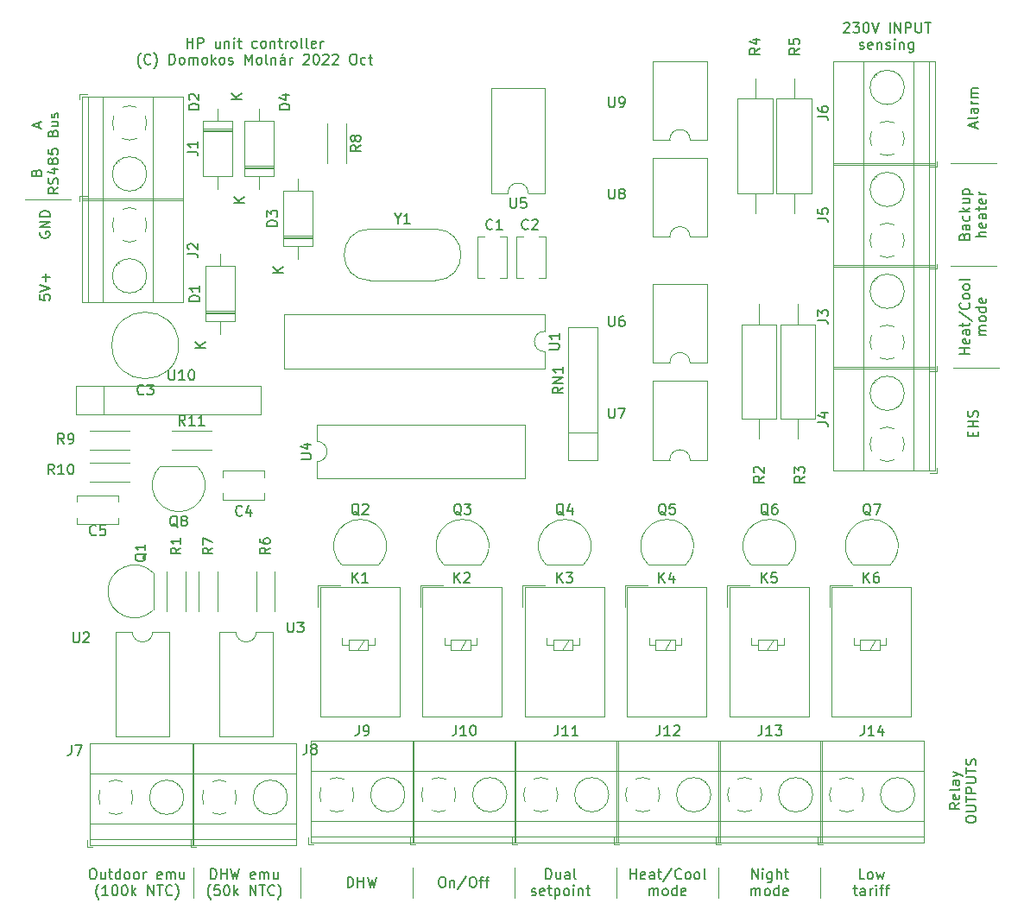
<source format=gbr>
%TF.GenerationSoftware,KiCad,Pcbnew,6.0.7*%
%TF.CreationDate,2022-09-29T13:58:53+02:00*%
%TF.ProjectId,HP_device,48505f64-6576-4696-9365-2e6b69636164,rev?*%
%TF.SameCoordinates,Original*%
%TF.FileFunction,Legend,Top*%
%TF.FilePolarity,Positive*%
%FSLAX46Y46*%
G04 Gerber Fmt 4.6, Leading zero omitted, Abs format (unit mm)*
G04 Created by KiCad (PCBNEW 6.0.7) date 2022-09-29 13:58:53*
%MOMM*%
%LPD*%
G01*
G04 APERTURE LIST*
%ADD10C,0.150000*%
%ADD11C,0.120000*%
G04 APERTURE END LIST*
D10*
X37380952Y-22647380D02*
X37380952Y-21647380D01*
X37380952Y-22123571D02*
X37952380Y-22123571D01*
X37952380Y-22647380D02*
X37952380Y-21647380D01*
X38428571Y-22647380D02*
X38428571Y-21647380D01*
X38809523Y-21647380D01*
X38904761Y-21695000D01*
X38952380Y-21742619D01*
X39000000Y-21837857D01*
X39000000Y-21980714D01*
X38952380Y-22075952D01*
X38904761Y-22123571D01*
X38809523Y-22171190D01*
X38428571Y-22171190D01*
X40619047Y-21980714D02*
X40619047Y-22647380D01*
X40190476Y-21980714D02*
X40190476Y-22504523D01*
X40238095Y-22599761D01*
X40333333Y-22647380D01*
X40476190Y-22647380D01*
X40571428Y-22599761D01*
X40619047Y-22552142D01*
X41095238Y-21980714D02*
X41095238Y-22647380D01*
X41095238Y-22075952D02*
X41142857Y-22028333D01*
X41238095Y-21980714D01*
X41380952Y-21980714D01*
X41476190Y-22028333D01*
X41523809Y-22123571D01*
X41523809Y-22647380D01*
X42000000Y-22647380D02*
X42000000Y-21980714D01*
X42000000Y-21647380D02*
X41952380Y-21695000D01*
X42000000Y-21742619D01*
X42047619Y-21695000D01*
X42000000Y-21647380D01*
X42000000Y-21742619D01*
X42333333Y-21980714D02*
X42714285Y-21980714D01*
X42476190Y-21647380D02*
X42476190Y-22504523D01*
X42523809Y-22599761D01*
X42619047Y-22647380D01*
X42714285Y-22647380D01*
X44238095Y-22599761D02*
X44142857Y-22647380D01*
X43952380Y-22647380D01*
X43857142Y-22599761D01*
X43809523Y-22552142D01*
X43761904Y-22456904D01*
X43761904Y-22171190D01*
X43809523Y-22075952D01*
X43857142Y-22028333D01*
X43952380Y-21980714D01*
X44142857Y-21980714D01*
X44238095Y-22028333D01*
X44809523Y-22647380D02*
X44714285Y-22599761D01*
X44666666Y-22552142D01*
X44619047Y-22456904D01*
X44619047Y-22171190D01*
X44666666Y-22075952D01*
X44714285Y-22028333D01*
X44809523Y-21980714D01*
X44952380Y-21980714D01*
X45047619Y-22028333D01*
X45095238Y-22075952D01*
X45142857Y-22171190D01*
X45142857Y-22456904D01*
X45095238Y-22552142D01*
X45047619Y-22599761D01*
X44952380Y-22647380D01*
X44809523Y-22647380D01*
X45571428Y-21980714D02*
X45571428Y-22647380D01*
X45571428Y-22075952D02*
X45619047Y-22028333D01*
X45714285Y-21980714D01*
X45857142Y-21980714D01*
X45952380Y-22028333D01*
X46000000Y-22123571D01*
X46000000Y-22647380D01*
X46333333Y-21980714D02*
X46714285Y-21980714D01*
X46476190Y-21647380D02*
X46476190Y-22504523D01*
X46523809Y-22599761D01*
X46619047Y-22647380D01*
X46714285Y-22647380D01*
X47047619Y-22647380D02*
X47047619Y-21980714D01*
X47047619Y-22171190D02*
X47095238Y-22075952D01*
X47142857Y-22028333D01*
X47238095Y-21980714D01*
X47333333Y-21980714D01*
X47809523Y-22647380D02*
X47714285Y-22599761D01*
X47666666Y-22552142D01*
X47619047Y-22456904D01*
X47619047Y-22171190D01*
X47666666Y-22075952D01*
X47714285Y-22028333D01*
X47809523Y-21980714D01*
X47952380Y-21980714D01*
X48047619Y-22028333D01*
X48095238Y-22075952D01*
X48142857Y-22171190D01*
X48142857Y-22456904D01*
X48095238Y-22552142D01*
X48047619Y-22599761D01*
X47952380Y-22647380D01*
X47809523Y-22647380D01*
X48714285Y-22647380D02*
X48619047Y-22599761D01*
X48571428Y-22504523D01*
X48571428Y-21647380D01*
X49238095Y-22647380D02*
X49142857Y-22599761D01*
X49095238Y-22504523D01*
X49095238Y-21647380D01*
X50000000Y-22599761D02*
X49904761Y-22647380D01*
X49714285Y-22647380D01*
X49619047Y-22599761D01*
X49571428Y-22504523D01*
X49571428Y-22123571D01*
X49619047Y-22028333D01*
X49714285Y-21980714D01*
X49904761Y-21980714D01*
X50000000Y-22028333D01*
X50047619Y-22123571D01*
X50047619Y-22218809D01*
X49571428Y-22314047D01*
X50476190Y-22647380D02*
X50476190Y-21980714D01*
X50476190Y-22171190D02*
X50523809Y-22075952D01*
X50571428Y-22028333D01*
X50666666Y-21980714D01*
X50761904Y-21980714D01*
X32857142Y-24638333D02*
X32809523Y-24590714D01*
X32714285Y-24447857D01*
X32666666Y-24352619D01*
X32619047Y-24209761D01*
X32571428Y-23971666D01*
X32571428Y-23781190D01*
X32619047Y-23543095D01*
X32666666Y-23400238D01*
X32714285Y-23305000D01*
X32809523Y-23162142D01*
X32857142Y-23114523D01*
X33809523Y-24162142D02*
X33761904Y-24209761D01*
X33619047Y-24257380D01*
X33523809Y-24257380D01*
X33380952Y-24209761D01*
X33285714Y-24114523D01*
X33238095Y-24019285D01*
X33190476Y-23828809D01*
X33190476Y-23685952D01*
X33238095Y-23495476D01*
X33285714Y-23400238D01*
X33380952Y-23305000D01*
X33523809Y-23257380D01*
X33619047Y-23257380D01*
X33761904Y-23305000D01*
X33809523Y-23352619D01*
X34142857Y-24638333D02*
X34190476Y-24590714D01*
X34285714Y-24447857D01*
X34333333Y-24352619D01*
X34380952Y-24209761D01*
X34428571Y-23971666D01*
X34428571Y-23781190D01*
X34380952Y-23543095D01*
X34333333Y-23400238D01*
X34285714Y-23305000D01*
X34190476Y-23162142D01*
X34142857Y-23114523D01*
X35666666Y-24257380D02*
X35666666Y-23257380D01*
X35904761Y-23257380D01*
X36047619Y-23305000D01*
X36142857Y-23400238D01*
X36190476Y-23495476D01*
X36238095Y-23685952D01*
X36238095Y-23828809D01*
X36190476Y-24019285D01*
X36142857Y-24114523D01*
X36047619Y-24209761D01*
X35904761Y-24257380D01*
X35666666Y-24257380D01*
X36809523Y-24257380D02*
X36714285Y-24209761D01*
X36666666Y-24162142D01*
X36619047Y-24066904D01*
X36619047Y-23781190D01*
X36666666Y-23685952D01*
X36714285Y-23638333D01*
X36809523Y-23590714D01*
X36952380Y-23590714D01*
X37047619Y-23638333D01*
X37095238Y-23685952D01*
X37142857Y-23781190D01*
X37142857Y-24066904D01*
X37095238Y-24162142D01*
X37047619Y-24209761D01*
X36952380Y-24257380D01*
X36809523Y-24257380D01*
X37571428Y-24257380D02*
X37571428Y-23590714D01*
X37571428Y-23685952D02*
X37619047Y-23638333D01*
X37714285Y-23590714D01*
X37857142Y-23590714D01*
X37952380Y-23638333D01*
X37999999Y-23733571D01*
X37999999Y-24257380D01*
X37999999Y-23733571D02*
X38047619Y-23638333D01*
X38142857Y-23590714D01*
X38285714Y-23590714D01*
X38380952Y-23638333D01*
X38428571Y-23733571D01*
X38428571Y-24257380D01*
X39047619Y-24257380D02*
X38952380Y-24209761D01*
X38904761Y-24162142D01*
X38857142Y-24066904D01*
X38857142Y-23781190D01*
X38904761Y-23685952D01*
X38952380Y-23638333D01*
X39047619Y-23590714D01*
X39190476Y-23590714D01*
X39285714Y-23638333D01*
X39333333Y-23685952D01*
X39380952Y-23781190D01*
X39380952Y-24066904D01*
X39333333Y-24162142D01*
X39285714Y-24209761D01*
X39190476Y-24257380D01*
X39047619Y-24257380D01*
X39809523Y-24257380D02*
X39809523Y-23257380D01*
X39904761Y-23876428D02*
X40190476Y-24257380D01*
X40190476Y-23590714D02*
X39809523Y-23971666D01*
X40761904Y-24257380D02*
X40666666Y-24209761D01*
X40619047Y-24162142D01*
X40571428Y-24066904D01*
X40571428Y-23781190D01*
X40619047Y-23685952D01*
X40666666Y-23638333D01*
X40761904Y-23590714D01*
X40904761Y-23590714D01*
X40999999Y-23638333D01*
X41047619Y-23685952D01*
X41095238Y-23781190D01*
X41095238Y-24066904D01*
X41047619Y-24162142D01*
X40999999Y-24209761D01*
X40904761Y-24257380D01*
X40761904Y-24257380D01*
X41476190Y-24209761D02*
X41571428Y-24257380D01*
X41761904Y-24257380D01*
X41857142Y-24209761D01*
X41904761Y-24114523D01*
X41904761Y-24066904D01*
X41857142Y-23971666D01*
X41761904Y-23924047D01*
X41619047Y-23924047D01*
X41523809Y-23876428D01*
X41476190Y-23781190D01*
X41476190Y-23733571D01*
X41523809Y-23638333D01*
X41619047Y-23590714D01*
X41761904Y-23590714D01*
X41857142Y-23638333D01*
X43095238Y-24257380D02*
X43095238Y-23257380D01*
X43428571Y-23971666D01*
X43761904Y-23257380D01*
X43761904Y-24257380D01*
X44380952Y-24257380D02*
X44285714Y-24209761D01*
X44238095Y-24162142D01*
X44190476Y-24066904D01*
X44190476Y-23781190D01*
X44238095Y-23685952D01*
X44285714Y-23638333D01*
X44380952Y-23590714D01*
X44523809Y-23590714D01*
X44619047Y-23638333D01*
X44666666Y-23685952D01*
X44714285Y-23781190D01*
X44714285Y-24066904D01*
X44666666Y-24162142D01*
X44619047Y-24209761D01*
X44523809Y-24257380D01*
X44380952Y-24257380D01*
X45285714Y-24257380D02*
X45190476Y-24209761D01*
X45142857Y-24114523D01*
X45142857Y-23257380D01*
X45666666Y-23590714D02*
X45666666Y-24257380D01*
X45666666Y-23685952D02*
X45714285Y-23638333D01*
X45809523Y-23590714D01*
X45952380Y-23590714D01*
X46047619Y-23638333D01*
X46095238Y-23733571D01*
X46095238Y-24257380D01*
X46999999Y-24257380D02*
X46999999Y-23733571D01*
X46952380Y-23638333D01*
X46857142Y-23590714D01*
X46666666Y-23590714D01*
X46571428Y-23638333D01*
X46999999Y-24209761D02*
X46904761Y-24257380D01*
X46666666Y-24257380D01*
X46571428Y-24209761D01*
X46523809Y-24114523D01*
X46523809Y-24019285D01*
X46571428Y-23924047D01*
X46666666Y-23876428D01*
X46904761Y-23876428D01*
X46999999Y-23828809D01*
X46857142Y-23209761D02*
X46714285Y-23352619D01*
X47476190Y-24257380D02*
X47476190Y-23590714D01*
X47476190Y-23781190D02*
X47523809Y-23685952D01*
X47571428Y-23638333D01*
X47666666Y-23590714D01*
X47761904Y-23590714D01*
X48809523Y-23352619D02*
X48857142Y-23305000D01*
X48952380Y-23257380D01*
X49190476Y-23257380D01*
X49285714Y-23305000D01*
X49333333Y-23352619D01*
X49380952Y-23447857D01*
X49380952Y-23543095D01*
X49333333Y-23685952D01*
X48761904Y-24257380D01*
X49380952Y-24257380D01*
X49999999Y-23257380D02*
X50095238Y-23257380D01*
X50190476Y-23305000D01*
X50238095Y-23352619D01*
X50285714Y-23447857D01*
X50333333Y-23638333D01*
X50333333Y-23876428D01*
X50285714Y-24066904D01*
X50238095Y-24162142D01*
X50190476Y-24209761D01*
X50095238Y-24257380D01*
X49999999Y-24257380D01*
X49904761Y-24209761D01*
X49857142Y-24162142D01*
X49809523Y-24066904D01*
X49761904Y-23876428D01*
X49761904Y-23638333D01*
X49809523Y-23447857D01*
X49857142Y-23352619D01*
X49904761Y-23305000D01*
X49999999Y-23257380D01*
X50714285Y-23352619D02*
X50761904Y-23305000D01*
X50857142Y-23257380D01*
X51095238Y-23257380D01*
X51190476Y-23305000D01*
X51238095Y-23352619D01*
X51285714Y-23447857D01*
X51285714Y-23543095D01*
X51238095Y-23685952D01*
X50666666Y-24257380D01*
X51285714Y-24257380D01*
X51666666Y-23352619D02*
X51714285Y-23305000D01*
X51809523Y-23257380D01*
X52047619Y-23257380D01*
X52142857Y-23305000D01*
X52190476Y-23352619D01*
X52238095Y-23447857D01*
X52238095Y-23543095D01*
X52190476Y-23685952D01*
X51619047Y-24257380D01*
X52238095Y-24257380D01*
X53619047Y-23257380D02*
X53809523Y-23257380D01*
X53904761Y-23305000D01*
X53999999Y-23400238D01*
X54047619Y-23590714D01*
X54047619Y-23924047D01*
X53999999Y-24114523D01*
X53904761Y-24209761D01*
X53809523Y-24257380D01*
X53619047Y-24257380D01*
X53523809Y-24209761D01*
X53428571Y-24114523D01*
X53380952Y-23924047D01*
X53380952Y-23590714D01*
X53428571Y-23400238D01*
X53523809Y-23305000D01*
X53619047Y-23257380D01*
X54904761Y-24209761D02*
X54809523Y-24257380D01*
X54619047Y-24257380D01*
X54523809Y-24209761D01*
X54476190Y-24162142D01*
X54428571Y-24066904D01*
X54428571Y-23781190D01*
X54476190Y-23685952D01*
X54523809Y-23638333D01*
X54619047Y-23590714D01*
X54809523Y-23590714D01*
X54904761Y-23638333D01*
X55190476Y-23590714D02*
X55571428Y-23590714D01*
X55333333Y-23257380D02*
X55333333Y-24114523D01*
X55380952Y-24209761D01*
X55476190Y-24257380D01*
X55571428Y-24257380D01*
D11*
X26000000Y-37500000D02*
X21500000Y-37500000D01*
D10*
X22952380Y-46857142D02*
X22952380Y-47333333D01*
X23428571Y-47380952D01*
X23380952Y-47333333D01*
X23333333Y-47238095D01*
X23333333Y-47000000D01*
X23380952Y-46904761D01*
X23428571Y-46857142D01*
X23523809Y-46809523D01*
X23761904Y-46809523D01*
X23857142Y-46857142D01*
X23904761Y-46904761D01*
X23952380Y-47000000D01*
X23952380Y-47238095D01*
X23904761Y-47333333D01*
X23857142Y-47380952D01*
X22952380Y-46523809D02*
X23952380Y-46190476D01*
X22952380Y-45857142D01*
X23571428Y-45523809D02*
X23571428Y-44761904D01*
X23952380Y-45142857D02*
X23190476Y-45142857D01*
X23000000Y-40714285D02*
X22952380Y-40809523D01*
X22952380Y-40952380D01*
X23000000Y-41095238D01*
X23095238Y-41190476D01*
X23190476Y-41238095D01*
X23380952Y-41285714D01*
X23523809Y-41285714D01*
X23714285Y-41238095D01*
X23809523Y-41190476D01*
X23904761Y-41095238D01*
X23952380Y-40952380D01*
X23952380Y-40857142D01*
X23904761Y-40714285D01*
X23857142Y-40666666D01*
X23523809Y-40666666D01*
X23523809Y-40857142D01*
X23952380Y-40238095D02*
X22952380Y-40238095D01*
X23952380Y-39666666D01*
X22952380Y-39666666D01*
X23952380Y-39190476D02*
X22952380Y-39190476D01*
X22952380Y-38952380D01*
X23000000Y-38809523D01*
X23095238Y-38714285D01*
X23190476Y-38666666D01*
X23380952Y-38619047D01*
X23523809Y-38619047D01*
X23714285Y-38666666D01*
X23809523Y-38714285D01*
X23904761Y-38809523D01*
X23952380Y-38952380D01*
X23952380Y-39190476D01*
X22623571Y-34880952D02*
X22671190Y-34738095D01*
X22718809Y-34690476D01*
X22814047Y-34642857D01*
X22956904Y-34642857D01*
X23052142Y-34690476D01*
X23099761Y-34738095D01*
X23147380Y-34833333D01*
X23147380Y-35214285D01*
X22147380Y-35214285D01*
X22147380Y-34880952D01*
X22195000Y-34785714D01*
X22242619Y-34738095D01*
X22337857Y-34690476D01*
X22433095Y-34690476D01*
X22528333Y-34738095D01*
X22575952Y-34785714D01*
X22623571Y-34880952D01*
X22623571Y-35214285D01*
X22861666Y-30452380D02*
X22861666Y-29976190D01*
X23147380Y-30547619D02*
X22147380Y-30214285D01*
X23147380Y-29880952D01*
X24757380Y-36333333D02*
X24281190Y-36666666D01*
X24757380Y-36904761D02*
X23757380Y-36904761D01*
X23757380Y-36523809D01*
X23805000Y-36428571D01*
X23852619Y-36380952D01*
X23947857Y-36333333D01*
X24090714Y-36333333D01*
X24185952Y-36380952D01*
X24233571Y-36428571D01*
X24281190Y-36523809D01*
X24281190Y-36904761D01*
X24709761Y-35952380D02*
X24757380Y-35809523D01*
X24757380Y-35571428D01*
X24709761Y-35476190D01*
X24662142Y-35428571D01*
X24566904Y-35380952D01*
X24471666Y-35380952D01*
X24376428Y-35428571D01*
X24328809Y-35476190D01*
X24281190Y-35571428D01*
X24233571Y-35761904D01*
X24185952Y-35857142D01*
X24138333Y-35904761D01*
X24043095Y-35952380D01*
X23947857Y-35952380D01*
X23852619Y-35904761D01*
X23805000Y-35857142D01*
X23757380Y-35761904D01*
X23757380Y-35523809D01*
X23805000Y-35380952D01*
X24090714Y-34523809D02*
X24757380Y-34523809D01*
X23709761Y-34761904D02*
X24424047Y-35000000D01*
X24424047Y-34380952D01*
X24185952Y-33857142D02*
X24138333Y-33952380D01*
X24090714Y-34000000D01*
X23995476Y-34047619D01*
X23947857Y-34047619D01*
X23852619Y-34000000D01*
X23805000Y-33952380D01*
X23757380Y-33857142D01*
X23757380Y-33666666D01*
X23805000Y-33571428D01*
X23852619Y-33523809D01*
X23947857Y-33476190D01*
X23995476Y-33476190D01*
X24090714Y-33523809D01*
X24138333Y-33571428D01*
X24185952Y-33666666D01*
X24185952Y-33857142D01*
X24233571Y-33952380D01*
X24281190Y-34000000D01*
X24376428Y-34047619D01*
X24566904Y-34047619D01*
X24662142Y-34000000D01*
X24709761Y-33952380D01*
X24757380Y-33857142D01*
X24757380Y-33666666D01*
X24709761Y-33571428D01*
X24662142Y-33523809D01*
X24566904Y-33476190D01*
X24376428Y-33476190D01*
X24281190Y-33523809D01*
X24233571Y-33571428D01*
X24185952Y-33666666D01*
X23757380Y-32571428D02*
X23757380Y-33047619D01*
X24233571Y-33095238D01*
X24185952Y-33047619D01*
X24138333Y-32952380D01*
X24138333Y-32714285D01*
X24185952Y-32619047D01*
X24233571Y-32571428D01*
X24328809Y-32523809D01*
X24566904Y-32523809D01*
X24662142Y-32571428D01*
X24709761Y-32619047D01*
X24757380Y-32714285D01*
X24757380Y-32952380D01*
X24709761Y-33047619D01*
X24662142Y-33095238D01*
X24233571Y-31000000D02*
X24281190Y-30857142D01*
X24328809Y-30809523D01*
X24424047Y-30761904D01*
X24566904Y-30761904D01*
X24662142Y-30809523D01*
X24709761Y-30857142D01*
X24757380Y-30952380D01*
X24757380Y-31333333D01*
X23757380Y-31333333D01*
X23757380Y-31000000D01*
X23805000Y-30904761D01*
X23852619Y-30857142D01*
X23947857Y-30809523D01*
X24043095Y-30809523D01*
X24138333Y-30857142D01*
X24185952Y-30904761D01*
X24233571Y-31000000D01*
X24233571Y-31333333D01*
X24090714Y-29904761D02*
X24757380Y-29904761D01*
X24090714Y-30333333D02*
X24614523Y-30333333D01*
X24709761Y-30285714D01*
X24757380Y-30190476D01*
X24757380Y-30047619D01*
X24709761Y-29952380D01*
X24662142Y-29904761D01*
X24709761Y-29476190D02*
X24757380Y-29380952D01*
X24757380Y-29190476D01*
X24709761Y-29095238D01*
X24614523Y-29047619D01*
X24566904Y-29047619D01*
X24471666Y-29095238D01*
X24424047Y-29190476D01*
X24424047Y-29333333D01*
X24376428Y-29428571D01*
X24281190Y-29476190D01*
X24233571Y-29476190D01*
X24138333Y-29428571D01*
X24090714Y-29333333D01*
X24090714Y-29190476D01*
X24138333Y-29095238D01*
D11*
X112242743Y-33984869D02*
X116742743Y-33984869D01*
X112250000Y-44000000D02*
X116750000Y-44000000D01*
X112500000Y-54000000D02*
X117000000Y-54000000D01*
D10*
X114428571Y-60714285D02*
X114428571Y-60380952D01*
X114952380Y-60238095D02*
X114952380Y-60714285D01*
X113952380Y-60714285D01*
X113952380Y-60238095D01*
X114952380Y-59809523D02*
X113952380Y-59809523D01*
X114428571Y-59809523D02*
X114428571Y-59238095D01*
X114952380Y-59238095D02*
X113952380Y-59238095D01*
X114904761Y-58809523D02*
X114952380Y-58666666D01*
X114952380Y-58428571D01*
X114904761Y-58333333D01*
X114857142Y-58285714D01*
X114761904Y-58238095D01*
X114666666Y-58238095D01*
X114571428Y-58285714D01*
X114523809Y-58333333D01*
X114476190Y-58428571D01*
X114428571Y-58619047D01*
X114380952Y-58714285D01*
X114333333Y-58761904D01*
X114238095Y-58809523D01*
X114142857Y-58809523D01*
X114047619Y-58761904D01*
X114000000Y-58714285D01*
X113952380Y-58619047D01*
X113952380Y-58380952D01*
X114000000Y-58238095D01*
X114147380Y-52642857D02*
X113147380Y-52642857D01*
X113623571Y-52642857D02*
X113623571Y-52071428D01*
X114147380Y-52071428D02*
X113147380Y-52071428D01*
X114099761Y-51214285D02*
X114147380Y-51309523D01*
X114147380Y-51500000D01*
X114099761Y-51595238D01*
X114004523Y-51642857D01*
X113623571Y-51642857D01*
X113528333Y-51595238D01*
X113480714Y-51500000D01*
X113480714Y-51309523D01*
X113528333Y-51214285D01*
X113623571Y-51166666D01*
X113718809Y-51166666D01*
X113814047Y-51642857D01*
X114147380Y-50309523D02*
X113623571Y-50309523D01*
X113528333Y-50357142D01*
X113480714Y-50452380D01*
X113480714Y-50642857D01*
X113528333Y-50738095D01*
X114099761Y-50309523D02*
X114147380Y-50404761D01*
X114147380Y-50642857D01*
X114099761Y-50738095D01*
X114004523Y-50785714D01*
X113909285Y-50785714D01*
X113814047Y-50738095D01*
X113766428Y-50642857D01*
X113766428Y-50404761D01*
X113718809Y-50309523D01*
X113480714Y-49976190D02*
X113480714Y-49595238D01*
X113147380Y-49833333D02*
X114004523Y-49833333D01*
X114099761Y-49785714D01*
X114147380Y-49690476D01*
X114147380Y-49595238D01*
X113099761Y-48547619D02*
X114385476Y-49404761D01*
X114052142Y-47642857D02*
X114099761Y-47690476D01*
X114147380Y-47833333D01*
X114147380Y-47928571D01*
X114099761Y-48071428D01*
X114004523Y-48166666D01*
X113909285Y-48214285D01*
X113718809Y-48261904D01*
X113575952Y-48261904D01*
X113385476Y-48214285D01*
X113290238Y-48166666D01*
X113195000Y-48071428D01*
X113147380Y-47928571D01*
X113147380Y-47833333D01*
X113195000Y-47690476D01*
X113242619Y-47642857D01*
X114147380Y-47071428D02*
X114099761Y-47166666D01*
X114052142Y-47214285D01*
X113956904Y-47261904D01*
X113671190Y-47261904D01*
X113575952Y-47214285D01*
X113528333Y-47166666D01*
X113480714Y-47071428D01*
X113480714Y-46928571D01*
X113528333Y-46833333D01*
X113575952Y-46785714D01*
X113671190Y-46738095D01*
X113956904Y-46738095D01*
X114052142Y-46785714D01*
X114099761Y-46833333D01*
X114147380Y-46928571D01*
X114147380Y-47071428D01*
X114147380Y-46166666D02*
X114099761Y-46261904D01*
X114052142Y-46309523D01*
X113956904Y-46357142D01*
X113671190Y-46357142D01*
X113575952Y-46309523D01*
X113528333Y-46261904D01*
X113480714Y-46166666D01*
X113480714Y-46023809D01*
X113528333Y-45928571D01*
X113575952Y-45880952D01*
X113671190Y-45833333D01*
X113956904Y-45833333D01*
X114052142Y-45880952D01*
X114099761Y-45928571D01*
X114147380Y-46023809D01*
X114147380Y-46166666D01*
X114147380Y-45261904D02*
X114099761Y-45357142D01*
X114004523Y-45404761D01*
X113147380Y-45404761D01*
X115757380Y-50761904D02*
X115090714Y-50761904D01*
X115185952Y-50761904D02*
X115138333Y-50714285D01*
X115090714Y-50619047D01*
X115090714Y-50476190D01*
X115138333Y-50380952D01*
X115233571Y-50333333D01*
X115757380Y-50333333D01*
X115233571Y-50333333D02*
X115138333Y-50285714D01*
X115090714Y-50190476D01*
X115090714Y-50047619D01*
X115138333Y-49952380D01*
X115233571Y-49904761D01*
X115757380Y-49904761D01*
X115757380Y-49285714D02*
X115709761Y-49380952D01*
X115662142Y-49428571D01*
X115566904Y-49476190D01*
X115281190Y-49476190D01*
X115185952Y-49428571D01*
X115138333Y-49380952D01*
X115090714Y-49285714D01*
X115090714Y-49142857D01*
X115138333Y-49047619D01*
X115185952Y-49000000D01*
X115281190Y-48952380D01*
X115566904Y-48952380D01*
X115662142Y-49000000D01*
X115709761Y-49047619D01*
X115757380Y-49142857D01*
X115757380Y-49285714D01*
X115757380Y-48095238D02*
X114757380Y-48095238D01*
X115709761Y-48095238D02*
X115757380Y-48190476D01*
X115757380Y-48380952D01*
X115709761Y-48476190D01*
X115662142Y-48523809D01*
X115566904Y-48571428D01*
X115281190Y-48571428D01*
X115185952Y-48523809D01*
X115138333Y-48476190D01*
X115090714Y-48380952D01*
X115090714Y-48190476D01*
X115138333Y-48095238D01*
X115709761Y-47238095D02*
X115757380Y-47333333D01*
X115757380Y-47523809D01*
X115709761Y-47619047D01*
X115614523Y-47666666D01*
X115233571Y-47666666D01*
X115138333Y-47619047D01*
X115090714Y-47523809D01*
X115090714Y-47333333D01*
X115138333Y-47238095D01*
X115233571Y-47190476D01*
X115328809Y-47190476D01*
X115424047Y-47666666D01*
X113623571Y-41119047D02*
X113671190Y-40976190D01*
X113718809Y-40928571D01*
X113814047Y-40880952D01*
X113956904Y-40880952D01*
X114052142Y-40928571D01*
X114099761Y-40976190D01*
X114147380Y-41071428D01*
X114147380Y-41452380D01*
X113147380Y-41452380D01*
X113147380Y-41119047D01*
X113195000Y-41023809D01*
X113242619Y-40976190D01*
X113337857Y-40928571D01*
X113433095Y-40928571D01*
X113528333Y-40976190D01*
X113575952Y-41023809D01*
X113623571Y-41119047D01*
X113623571Y-41452380D01*
X114147380Y-40023809D02*
X113623571Y-40023809D01*
X113528333Y-40071428D01*
X113480714Y-40166666D01*
X113480714Y-40357142D01*
X113528333Y-40452380D01*
X114099761Y-40023809D02*
X114147380Y-40119047D01*
X114147380Y-40357142D01*
X114099761Y-40452380D01*
X114004523Y-40500000D01*
X113909285Y-40500000D01*
X113814047Y-40452380D01*
X113766428Y-40357142D01*
X113766428Y-40119047D01*
X113718809Y-40023809D01*
X114099761Y-39119047D02*
X114147380Y-39214285D01*
X114147380Y-39404761D01*
X114099761Y-39500000D01*
X114052142Y-39547619D01*
X113956904Y-39595238D01*
X113671190Y-39595238D01*
X113575952Y-39547619D01*
X113528333Y-39500000D01*
X113480714Y-39404761D01*
X113480714Y-39214285D01*
X113528333Y-39119047D01*
X114147380Y-38690476D02*
X113147380Y-38690476D01*
X113766428Y-38595238D02*
X114147380Y-38309523D01*
X113480714Y-38309523D02*
X113861666Y-38690476D01*
X113480714Y-37452380D02*
X114147380Y-37452380D01*
X113480714Y-37880952D02*
X114004523Y-37880952D01*
X114099761Y-37833333D01*
X114147380Y-37738095D01*
X114147380Y-37595238D01*
X114099761Y-37500000D01*
X114052142Y-37452380D01*
X113480714Y-36976190D02*
X114480714Y-36976190D01*
X113528333Y-36976190D02*
X113480714Y-36880952D01*
X113480714Y-36690476D01*
X113528333Y-36595238D01*
X113575952Y-36547619D01*
X113671190Y-36500000D01*
X113956904Y-36500000D01*
X114052142Y-36547619D01*
X114099761Y-36595238D01*
X114147380Y-36690476D01*
X114147380Y-36880952D01*
X114099761Y-36976190D01*
X115757380Y-41119047D02*
X114757380Y-41119047D01*
X115757380Y-40690476D02*
X115233571Y-40690476D01*
X115138333Y-40738095D01*
X115090714Y-40833333D01*
X115090714Y-40976190D01*
X115138333Y-41071428D01*
X115185952Y-41119047D01*
X115709761Y-39833333D02*
X115757380Y-39928571D01*
X115757380Y-40119047D01*
X115709761Y-40214285D01*
X115614523Y-40261904D01*
X115233571Y-40261904D01*
X115138333Y-40214285D01*
X115090714Y-40119047D01*
X115090714Y-39928571D01*
X115138333Y-39833333D01*
X115233571Y-39785714D01*
X115328809Y-39785714D01*
X115424047Y-40261904D01*
X115757380Y-38928571D02*
X115233571Y-38928571D01*
X115138333Y-38976190D01*
X115090714Y-39071428D01*
X115090714Y-39261904D01*
X115138333Y-39357142D01*
X115709761Y-38928571D02*
X115757380Y-39023809D01*
X115757380Y-39261904D01*
X115709761Y-39357142D01*
X115614523Y-39404761D01*
X115519285Y-39404761D01*
X115424047Y-39357142D01*
X115376428Y-39261904D01*
X115376428Y-39023809D01*
X115328809Y-38928571D01*
X115090714Y-38595238D02*
X115090714Y-38214285D01*
X114757380Y-38452380D02*
X115614523Y-38452380D01*
X115709761Y-38404761D01*
X115757380Y-38309523D01*
X115757380Y-38214285D01*
X115709761Y-37500000D02*
X115757380Y-37595238D01*
X115757380Y-37785714D01*
X115709761Y-37880952D01*
X115614523Y-37928571D01*
X115233571Y-37928571D01*
X115138333Y-37880952D01*
X115090714Y-37785714D01*
X115090714Y-37595238D01*
X115138333Y-37500000D01*
X115233571Y-37452380D01*
X115328809Y-37452380D01*
X115424047Y-37928571D01*
X115757380Y-37023809D02*
X115090714Y-37023809D01*
X115281190Y-37023809D02*
X115185952Y-36976190D01*
X115138333Y-36928571D01*
X115090714Y-36833333D01*
X115090714Y-36738095D01*
X114666666Y-30428571D02*
X114666666Y-29952380D01*
X114952380Y-30523809D02*
X113952380Y-30190476D01*
X114952380Y-29857142D01*
X114952380Y-29380952D02*
X114904761Y-29476190D01*
X114809523Y-29523809D01*
X113952380Y-29523809D01*
X114952380Y-28571428D02*
X114428571Y-28571428D01*
X114333333Y-28619047D01*
X114285714Y-28714285D01*
X114285714Y-28904761D01*
X114333333Y-29000000D01*
X114904761Y-28571428D02*
X114952380Y-28666666D01*
X114952380Y-28904761D01*
X114904761Y-29000000D01*
X114809523Y-29047619D01*
X114714285Y-29047619D01*
X114619047Y-29000000D01*
X114571428Y-28904761D01*
X114571428Y-28666666D01*
X114523809Y-28571428D01*
X114952380Y-28095238D02*
X114285714Y-28095238D01*
X114476190Y-28095238D02*
X114380952Y-28047619D01*
X114333333Y-28000000D01*
X114285714Y-27904761D01*
X114285714Y-27809523D01*
X114952380Y-27476190D02*
X114285714Y-27476190D01*
X114380952Y-27476190D02*
X114333333Y-27428571D01*
X114285714Y-27333333D01*
X114285714Y-27190476D01*
X114333333Y-27095238D01*
X114428571Y-27047619D01*
X114952380Y-27047619D01*
X114428571Y-27047619D02*
X114333333Y-27000000D01*
X114285714Y-26904761D01*
X114285714Y-26761904D01*
X114333333Y-26666666D01*
X114428571Y-26619047D01*
X114952380Y-26619047D01*
X101785714Y-20242619D02*
X101833333Y-20195000D01*
X101928571Y-20147380D01*
X102166666Y-20147380D01*
X102261904Y-20195000D01*
X102309523Y-20242619D01*
X102357142Y-20337857D01*
X102357142Y-20433095D01*
X102309523Y-20575952D01*
X101738095Y-21147380D01*
X102357142Y-21147380D01*
X102690476Y-20147380D02*
X103309523Y-20147380D01*
X102976190Y-20528333D01*
X103119047Y-20528333D01*
X103214285Y-20575952D01*
X103261904Y-20623571D01*
X103309523Y-20718809D01*
X103309523Y-20956904D01*
X103261904Y-21052142D01*
X103214285Y-21099761D01*
X103119047Y-21147380D01*
X102833333Y-21147380D01*
X102738095Y-21099761D01*
X102690476Y-21052142D01*
X103928571Y-20147380D02*
X104023809Y-20147380D01*
X104119047Y-20195000D01*
X104166666Y-20242619D01*
X104214285Y-20337857D01*
X104261904Y-20528333D01*
X104261904Y-20766428D01*
X104214285Y-20956904D01*
X104166666Y-21052142D01*
X104119047Y-21099761D01*
X104023809Y-21147380D01*
X103928571Y-21147380D01*
X103833333Y-21099761D01*
X103785714Y-21052142D01*
X103738095Y-20956904D01*
X103690476Y-20766428D01*
X103690476Y-20528333D01*
X103738095Y-20337857D01*
X103785714Y-20242619D01*
X103833333Y-20195000D01*
X103928571Y-20147380D01*
X104547619Y-20147380D02*
X104880952Y-21147380D01*
X105214285Y-20147380D01*
X106309523Y-21147380D02*
X106309523Y-20147380D01*
X106785714Y-21147380D02*
X106785714Y-20147380D01*
X107357142Y-21147380D01*
X107357142Y-20147380D01*
X107833333Y-21147380D02*
X107833333Y-20147380D01*
X108214285Y-20147380D01*
X108309523Y-20195000D01*
X108357142Y-20242619D01*
X108404761Y-20337857D01*
X108404761Y-20480714D01*
X108357142Y-20575952D01*
X108309523Y-20623571D01*
X108214285Y-20671190D01*
X107833333Y-20671190D01*
X108833333Y-20147380D02*
X108833333Y-20956904D01*
X108880952Y-21052142D01*
X108928571Y-21099761D01*
X109023809Y-21147380D01*
X109214285Y-21147380D01*
X109309523Y-21099761D01*
X109357142Y-21052142D01*
X109404761Y-20956904D01*
X109404761Y-20147380D01*
X109738095Y-20147380D02*
X110309523Y-20147380D01*
X110023809Y-21147380D02*
X110023809Y-20147380D01*
X103357142Y-22709761D02*
X103452380Y-22757380D01*
X103642857Y-22757380D01*
X103738095Y-22709761D01*
X103785714Y-22614523D01*
X103785714Y-22566904D01*
X103738095Y-22471666D01*
X103642857Y-22424047D01*
X103500000Y-22424047D01*
X103404761Y-22376428D01*
X103357142Y-22281190D01*
X103357142Y-22233571D01*
X103404761Y-22138333D01*
X103500000Y-22090714D01*
X103642857Y-22090714D01*
X103738095Y-22138333D01*
X104595238Y-22709761D02*
X104500000Y-22757380D01*
X104309523Y-22757380D01*
X104214285Y-22709761D01*
X104166666Y-22614523D01*
X104166666Y-22233571D01*
X104214285Y-22138333D01*
X104309523Y-22090714D01*
X104500000Y-22090714D01*
X104595238Y-22138333D01*
X104642857Y-22233571D01*
X104642857Y-22328809D01*
X104166666Y-22424047D01*
X105071428Y-22090714D02*
X105071428Y-22757380D01*
X105071428Y-22185952D02*
X105119047Y-22138333D01*
X105214285Y-22090714D01*
X105357142Y-22090714D01*
X105452380Y-22138333D01*
X105500000Y-22233571D01*
X105500000Y-22757380D01*
X105928571Y-22709761D02*
X106023809Y-22757380D01*
X106214285Y-22757380D01*
X106309523Y-22709761D01*
X106357142Y-22614523D01*
X106357142Y-22566904D01*
X106309523Y-22471666D01*
X106214285Y-22424047D01*
X106071428Y-22424047D01*
X105976190Y-22376428D01*
X105928571Y-22281190D01*
X105928571Y-22233571D01*
X105976190Y-22138333D01*
X106071428Y-22090714D01*
X106214285Y-22090714D01*
X106309523Y-22138333D01*
X106785714Y-22757380D02*
X106785714Y-22090714D01*
X106785714Y-21757380D02*
X106738095Y-21805000D01*
X106785714Y-21852619D01*
X106833333Y-21805000D01*
X106785714Y-21757380D01*
X106785714Y-21852619D01*
X107261904Y-22090714D02*
X107261904Y-22757380D01*
X107261904Y-22185952D02*
X107309523Y-22138333D01*
X107404761Y-22090714D01*
X107547619Y-22090714D01*
X107642857Y-22138333D01*
X107690476Y-22233571D01*
X107690476Y-22757380D01*
X108595238Y-22090714D02*
X108595238Y-22900238D01*
X108547619Y-22995476D01*
X108500000Y-23043095D01*
X108404761Y-23090714D01*
X108261904Y-23090714D01*
X108166666Y-23043095D01*
X108595238Y-22709761D02*
X108500000Y-22757380D01*
X108309523Y-22757380D01*
X108214285Y-22709761D01*
X108166666Y-22662142D01*
X108119047Y-22566904D01*
X108119047Y-22281190D01*
X108166666Y-22185952D01*
X108214285Y-22138333D01*
X108309523Y-22090714D01*
X108500000Y-22090714D01*
X108595238Y-22138333D01*
X113147380Y-96714285D02*
X112671190Y-97047619D01*
X113147380Y-97285714D02*
X112147380Y-97285714D01*
X112147380Y-96904761D01*
X112195000Y-96809523D01*
X112242619Y-96761904D01*
X112337857Y-96714285D01*
X112480714Y-96714285D01*
X112575952Y-96761904D01*
X112623571Y-96809523D01*
X112671190Y-96904761D01*
X112671190Y-97285714D01*
X113099761Y-95904761D02*
X113147380Y-96000000D01*
X113147380Y-96190476D01*
X113099761Y-96285714D01*
X113004523Y-96333333D01*
X112623571Y-96333333D01*
X112528333Y-96285714D01*
X112480714Y-96190476D01*
X112480714Y-96000000D01*
X112528333Y-95904761D01*
X112623571Y-95857142D01*
X112718809Y-95857142D01*
X112814047Y-96333333D01*
X113147380Y-95285714D02*
X113099761Y-95380952D01*
X113004523Y-95428571D01*
X112147380Y-95428571D01*
X113147380Y-94476190D02*
X112623571Y-94476190D01*
X112528333Y-94523809D01*
X112480714Y-94619047D01*
X112480714Y-94809523D01*
X112528333Y-94904761D01*
X113099761Y-94476190D02*
X113147380Y-94571428D01*
X113147380Y-94809523D01*
X113099761Y-94904761D01*
X113004523Y-94952380D01*
X112909285Y-94952380D01*
X112814047Y-94904761D01*
X112766428Y-94809523D01*
X112766428Y-94571428D01*
X112718809Y-94476190D01*
X112480714Y-94095238D02*
X113147380Y-93857142D01*
X112480714Y-93619047D02*
X113147380Y-93857142D01*
X113385476Y-93952380D01*
X113433095Y-94000000D01*
X113480714Y-94095238D01*
X113757380Y-98380952D02*
X113757380Y-98190476D01*
X113805000Y-98095238D01*
X113900238Y-98000000D01*
X114090714Y-97952380D01*
X114424047Y-97952380D01*
X114614523Y-98000000D01*
X114709761Y-98095238D01*
X114757380Y-98190476D01*
X114757380Y-98380952D01*
X114709761Y-98476190D01*
X114614523Y-98571428D01*
X114424047Y-98619047D01*
X114090714Y-98619047D01*
X113900238Y-98571428D01*
X113805000Y-98476190D01*
X113757380Y-98380952D01*
X113757380Y-97523809D02*
X114566904Y-97523809D01*
X114662142Y-97476190D01*
X114709761Y-97428571D01*
X114757380Y-97333333D01*
X114757380Y-97142857D01*
X114709761Y-97047619D01*
X114662142Y-97000000D01*
X114566904Y-96952380D01*
X113757380Y-96952380D01*
X113757380Y-96619047D02*
X113757380Y-96047619D01*
X114757380Y-96333333D02*
X113757380Y-96333333D01*
X114757380Y-95714285D02*
X113757380Y-95714285D01*
X113757380Y-95333333D01*
X113805000Y-95238095D01*
X113852619Y-95190476D01*
X113947857Y-95142857D01*
X114090714Y-95142857D01*
X114185952Y-95190476D01*
X114233571Y-95238095D01*
X114281190Y-95333333D01*
X114281190Y-95714285D01*
X113757380Y-94714285D02*
X114566904Y-94714285D01*
X114662142Y-94666666D01*
X114709761Y-94619047D01*
X114757380Y-94523809D01*
X114757380Y-94333333D01*
X114709761Y-94238095D01*
X114662142Y-94190476D01*
X114566904Y-94142857D01*
X113757380Y-94142857D01*
X113757380Y-93809523D02*
X113757380Y-93238095D01*
X114757380Y-93523809D02*
X113757380Y-93523809D01*
X114709761Y-92952380D02*
X114757380Y-92809523D01*
X114757380Y-92571428D01*
X114709761Y-92476190D01*
X114662142Y-92428571D01*
X114566904Y-92380952D01*
X114471666Y-92380952D01*
X114376428Y-92428571D01*
X114328809Y-92476190D01*
X114281190Y-92571428D01*
X114233571Y-92761904D01*
X114185952Y-92857142D01*
X114138333Y-92904761D01*
X114043095Y-92952380D01*
X113947857Y-92952380D01*
X113852619Y-92904761D01*
X113805000Y-92857142D01*
X113757380Y-92761904D01*
X113757380Y-92523809D01*
X113805000Y-92380952D01*
D11*
X99500000Y-103000000D02*
X99500000Y-106000000D01*
X89500000Y-103000000D02*
X89500000Y-106000000D01*
X79500000Y-103000000D02*
X79500000Y-106000000D01*
X69500000Y-103000000D02*
X69500000Y-106000000D01*
X59500000Y-103000000D02*
X59500000Y-106000000D01*
X48500000Y-103000000D02*
X48500000Y-106000000D01*
X38000000Y-103000000D02*
X38000000Y-106000000D01*
D10*
X28071428Y-103147380D02*
X28261904Y-103147380D01*
X28357142Y-103195000D01*
X28452380Y-103290238D01*
X28500000Y-103480714D01*
X28500000Y-103814047D01*
X28452380Y-104004523D01*
X28357142Y-104099761D01*
X28261904Y-104147380D01*
X28071428Y-104147380D01*
X27976190Y-104099761D01*
X27880952Y-104004523D01*
X27833333Y-103814047D01*
X27833333Y-103480714D01*
X27880952Y-103290238D01*
X27976190Y-103195000D01*
X28071428Y-103147380D01*
X29357142Y-103480714D02*
X29357142Y-104147380D01*
X28928571Y-103480714D02*
X28928571Y-104004523D01*
X28976190Y-104099761D01*
X29071428Y-104147380D01*
X29214285Y-104147380D01*
X29309523Y-104099761D01*
X29357142Y-104052142D01*
X29690476Y-103480714D02*
X30071428Y-103480714D01*
X29833333Y-103147380D02*
X29833333Y-104004523D01*
X29880952Y-104099761D01*
X29976190Y-104147380D01*
X30071428Y-104147380D01*
X30833333Y-104147380D02*
X30833333Y-103147380D01*
X30833333Y-104099761D02*
X30738095Y-104147380D01*
X30547619Y-104147380D01*
X30452380Y-104099761D01*
X30404761Y-104052142D01*
X30357142Y-103956904D01*
X30357142Y-103671190D01*
X30404761Y-103575952D01*
X30452380Y-103528333D01*
X30547619Y-103480714D01*
X30738095Y-103480714D01*
X30833333Y-103528333D01*
X31452380Y-104147380D02*
X31357142Y-104099761D01*
X31309523Y-104052142D01*
X31261904Y-103956904D01*
X31261904Y-103671190D01*
X31309523Y-103575952D01*
X31357142Y-103528333D01*
X31452380Y-103480714D01*
X31595238Y-103480714D01*
X31690476Y-103528333D01*
X31738095Y-103575952D01*
X31785714Y-103671190D01*
X31785714Y-103956904D01*
X31738095Y-104052142D01*
X31690476Y-104099761D01*
X31595238Y-104147380D01*
X31452380Y-104147380D01*
X32357142Y-104147380D02*
X32261904Y-104099761D01*
X32214285Y-104052142D01*
X32166666Y-103956904D01*
X32166666Y-103671190D01*
X32214285Y-103575952D01*
X32261904Y-103528333D01*
X32357142Y-103480714D01*
X32500000Y-103480714D01*
X32595238Y-103528333D01*
X32642857Y-103575952D01*
X32690476Y-103671190D01*
X32690476Y-103956904D01*
X32642857Y-104052142D01*
X32595238Y-104099761D01*
X32500000Y-104147380D01*
X32357142Y-104147380D01*
X33119047Y-104147380D02*
X33119047Y-103480714D01*
X33119047Y-103671190D02*
X33166666Y-103575952D01*
X33214285Y-103528333D01*
X33309523Y-103480714D01*
X33404761Y-103480714D01*
X34880952Y-104099761D02*
X34785714Y-104147380D01*
X34595238Y-104147380D01*
X34500000Y-104099761D01*
X34452380Y-104004523D01*
X34452380Y-103623571D01*
X34500000Y-103528333D01*
X34595238Y-103480714D01*
X34785714Y-103480714D01*
X34880952Y-103528333D01*
X34928571Y-103623571D01*
X34928571Y-103718809D01*
X34452380Y-103814047D01*
X35357142Y-104147380D02*
X35357142Y-103480714D01*
X35357142Y-103575952D02*
X35404761Y-103528333D01*
X35500000Y-103480714D01*
X35642857Y-103480714D01*
X35738095Y-103528333D01*
X35785714Y-103623571D01*
X35785714Y-104147380D01*
X35785714Y-103623571D02*
X35833333Y-103528333D01*
X35928571Y-103480714D01*
X36071428Y-103480714D01*
X36166666Y-103528333D01*
X36214285Y-103623571D01*
X36214285Y-104147380D01*
X37119047Y-103480714D02*
X37119047Y-104147380D01*
X36690476Y-103480714D02*
X36690476Y-104004523D01*
X36738095Y-104099761D01*
X36833333Y-104147380D01*
X36976190Y-104147380D01*
X37071428Y-104099761D01*
X37119047Y-104052142D01*
X28738095Y-106138333D02*
X28690476Y-106090714D01*
X28595238Y-105947857D01*
X28547619Y-105852619D01*
X28500000Y-105709761D01*
X28452380Y-105471666D01*
X28452380Y-105281190D01*
X28500000Y-105043095D01*
X28547619Y-104900238D01*
X28595238Y-104805000D01*
X28690476Y-104662142D01*
X28738095Y-104614523D01*
X29642857Y-105757380D02*
X29071428Y-105757380D01*
X29357142Y-105757380D02*
X29357142Y-104757380D01*
X29261904Y-104900238D01*
X29166666Y-104995476D01*
X29071428Y-105043095D01*
X30261904Y-104757380D02*
X30357142Y-104757380D01*
X30452380Y-104805000D01*
X30500000Y-104852619D01*
X30547619Y-104947857D01*
X30595238Y-105138333D01*
X30595238Y-105376428D01*
X30547619Y-105566904D01*
X30500000Y-105662142D01*
X30452380Y-105709761D01*
X30357142Y-105757380D01*
X30261904Y-105757380D01*
X30166666Y-105709761D01*
X30119047Y-105662142D01*
X30071428Y-105566904D01*
X30023809Y-105376428D01*
X30023809Y-105138333D01*
X30071428Y-104947857D01*
X30119047Y-104852619D01*
X30166666Y-104805000D01*
X30261904Y-104757380D01*
X31214285Y-104757380D02*
X31309523Y-104757380D01*
X31404761Y-104805000D01*
X31452380Y-104852619D01*
X31500000Y-104947857D01*
X31547619Y-105138333D01*
X31547619Y-105376428D01*
X31500000Y-105566904D01*
X31452380Y-105662142D01*
X31404761Y-105709761D01*
X31309523Y-105757380D01*
X31214285Y-105757380D01*
X31119047Y-105709761D01*
X31071428Y-105662142D01*
X31023809Y-105566904D01*
X30976190Y-105376428D01*
X30976190Y-105138333D01*
X31023809Y-104947857D01*
X31071428Y-104852619D01*
X31119047Y-104805000D01*
X31214285Y-104757380D01*
X31976190Y-105757380D02*
X31976190Y-104757380D01*
X32071428Y-105376428D02*
X32357142Y-105757380D01*
X32357142Y-105090714D02*
X31976190Y-105471666D01*
X33547619Y-105757380D02*
X33547619Y-104757380D01*
X34119047Y-105757380D01*
X34119047Y-104757380D01*
X34452380Y-104757380D02*
X35023809Y-104757380D01*
X34738095Y-105757380D02*
X34738095Y-104757380D01*
X35928571Y-105662142D02*
X35880952Y-105709761D01*
X35738095Y-105757380D01*
X35642857Y-105757380D01*
X35500000Y-105709761D01*
X35404761Y-105614523D01*
X35357142Y-105519285D01*
X35309523Y-105328809D01*
X35309523Y-105185952D01*
X35357142Y-104995476D01*
X35404761Y-104900238D01*
X35500000Y-104805000D01*
X35642857Y-104757380D01*
X35738095Y-104757380D01*
X35880952Y-104805000D01*
X35928571Y-104852619D01*
X36261904Y-106138333D02*
X36309523Y-106090714D01*
X36404761Y-105947857D01*
X36452380Y-105852619D01*
X36500000Y-105709761D01*
X36547619Y-105471666D01*
X36547619Y-105281190D01*
X36500000Y-105043095D01*
X36452380Y-104900238D01*
X36404761Y-104805000D01*
X36309523Y-104662142D01*
X36261904Y-104614523D01*
X39714285Y-104147380D02*
X39714285Y-103147380D01*
X39952380Y-103147380D01*
X40095238Y-103195000D01*
X40190476Y-103290238D01*
X40238095Y-103385476D01*
X40285714Y-103575952D01*
X40285714Y-103718809D01*
X40238095Y-103909285D01*
X40190476Y-104004523D01*
X40095238Y-104099761D01*
X39952380Y-104147380D01*
X39714285Y-104147380D01*
X40714285Y-104147380D02*
X40714285Y-103147380D01*
X40714285Y-103623571D02*
X41285714Y-103623571D01*
X41285714Y-104147380D02*
X41285714Y-103147380D01*
X41666666Y-103147380D02*
X41904761Y-104147380D01*
X42095238Y-103433095D01*
X42285714Y-104147380D01*
X42523809Y-103147380D01*
X44047619Y-104099761D02*
X43952380Y-104147380D01*
X43761904Y-104147380D01*
X43666666Y-104099761D01*
X43619047Y-104004523D01*
X43619047Y-103623571D01*
X43666666Y-103528333D01*
X43761904Y-103480714D01*
X43952380Y-103480714D01*
X44047619Y-103528333D01*
X44095238Y-103623571D01*
X44095238Y-103718809D01*
X43619047Y-103814047D01*
X44523809Y-104147380D02*
X44523809Y-103480714D01*
X44523809Y-103575952D02*
X44571428Y-103528333D01*
X44666666Y-103480714D01*
X44809523Y-103480714D01*
X44904761Y-103528333D01*
X44952380Y-103623571D01*
X44952380Y-104147380D01*
X44952380Y-103623571D02*
X45000000Y-103528333D01*
X45095238Y-103480714D01*
X45238095Y-103480714D01*
X45333333Y-103528333D01*
X45380952Y-103623571D01*
X45380952Y-104147380D01*
X46285714Y-103480714D02*
X46285714Y-104147380D01*
X45857142Y-103480714D02*
X45857142Y-104004523D01*
X45904761Y-104099761D01*
X46000000Y-104147380D01*
X46142857Y-104147380D01*
X46238095Y-104099761D01*
X46285714Y-104052142D01*
X39714285Y-106138333D02*
X39666666Y-106090714D01*
X39571428Y-105947857D01*
X39523809Y-105852619D01*
X39476190Y-105709761D01*
X39428571Y-105471666D01*
X39428571Y-105281190D01*
X39476190Y-105043095D01*
X39523809Y-104900238D01*
X39571428Y-104805000D01*
X39666666Y-104662142D01*
X39714285Y-104614523D01*
X40571428Y-104757380D02*
X40095238Y-104757380D01*
X40047619Y-105233571D01*
X40095238Y-105185952D01*
X40190476Y-105138333D01*
X40428571Y-105138333D01*
X40523809Y-105185952D01*
X40571428Y-105233571D01*
X40619047Y-105328809D01*
X40619047Y-105566904D01*
X40571428Y-105662142D01*
X40523809Y-105709761D01*
X40428571Y-105757380D01*
X40190476Y-105757380D01*
X40095238Y-105709761D01*
X40047619Y-105662142D01*
X41238095Y-104757380D02*
X41333333Y-104757380D01*
X41428571Y-104805000D01*
X41476190Y-104852619D01*
X41523809Y-104947857D01*
X41571428Y-105138333D01*
X41571428Y-105376428D01*
X41523809Y-105566904D01*
X41476190Y-105662142D01*
X41428571Y-105709761D01*
X41333333Y-105757380D01*
X41238095Y-105757380D01*
X41142857Y-105709761D01*
X41095238Y-105662142D01*
X41047619Y-105566904D01*
X41000000Y-105376428D01*
X41000000Y-105138333D01*
X41047619Y-104947857D01*
X41095238Y-104852619D01*
X41142857Y-104805000D01*
X41238095Y-104757380D01*
X42000000Y-105757380D02*
X42000000Y-104757380D01*
X42095238Y-105376428D02*
X42380952Y-105757380D01*
X42380952Y-105090714D02*
X42000000Y-105471666D01*
X43571428Y-105757380D02*
X43571428Y-104757380D01*
X44142857Y-105757380D01*
X44142857Y-104757380D01*
X44476190Y-104757380D02*
X45047619Y-104757380D01*
X44761904Y-105757380D02*
X44761904Y-104757380D01*
X45952380Y-105662142D02*
X45904761Y-105709761D01*
X45761904Y-105757380D01*
X45666666Y-105757380D01*
X45523809Y-105709761D01*
X45428571Y-105614523D01*
X45380952Y-105519285D01*
X45333333Y-105328809D01*
X45333333Y-105185952D01*
X45380952Y-104995476D01*
X45428571Y-104900238D01*
X45523809Y-104805000D01*
X45666666Y-104757380D01*
X45761904Y-104757380D01*
X45904761Y-104805000D01*
X45952380Y-104852619D01*
X46285714Y-106138333D02*
X46333333Y-106090714D01*
X46428571Y-105947857D01*
X46476190Y-105852619D01*
X46523809Y-105709761D01*
X46571428Y-105471666D01*
X46571428Y-105281190D01*
X46523809Y-105043095D01*
X46476190Y-104900238D01*
X46428571Y-104805000D01*
X46333333Y-104662142D01*
X46285714Y-104614523D01*
X53142857Y-104952380D02*
X53142857Y-103952380D01*
X53380952Y-103952380D01*
X53523809Y-104000000D01*
X53619047Y-104095238D01*
X53666666Y-104190476D01*
X53714285Y-104380952D01*
X53714285Y-104523809D01*
X53666666Y-104714285D01*
X53619047Y-104809523D01*
X53523809Y-104904761D01*
X53380952Y-104952380D01*
X53142857Y-104952380D01*
X54142857Y-104952380D02*
X54142857Y-103952380D01*
X54142857Y-104428571D02*
X54714285Y-104428571D01*
X54714285Y-104952380D02*
X54714285Y-103952380D01*
X55095238Y-103952380D02*
X55333333Y-104952380D01*
X55523809Y-104238095D01*
X55714285Y-104952380D01*
X55952380Y-103952380D01*
X62333333Y-103952380D02*
X62523809Y-103952380D01*
X62619047Y-104000000D01*
X62714285Y-104095238D01*
X62761904Y-104285714D01*
X62761904Y-104619047D01*
X62714285Y-104809523D01*
X62619047Y-104904761D01*
X62523809Y-104952380D01*
X62333333Y-104952380D01*
X62238095Y-104904761D01*
X62142857Y-104809523D01*
X62095238Y-104619047D01*
X62095238Y-104285714D01*
X62142857Y-104095238D01*
X62238095Y-104000000D01*
X62333333Y-103952380D01*
X63190476Y-104285714D02*
X63190476Y-104952380D01*
X63190476Y-104380952D02*
X63238095Y-104333333D01*
X63333333Y-104285714D01*
X63476190Y-104285714D01*
X63571428Y-104333333D01*
X63619047Y-104428571D01*
X63619047Y-104952380D01*
X64809523Y-103904761D02*
X63952380Y-105190476D01*
X65333333Y-103952380D02*
X65523809Y-103952380D01*
X65619047Y-104000000D01*
X65714285Y-104095238D01*
X65761904Y-104285714D01*
X65761904Y-104619047D01*
X65714285Y-104809523D01*
X65619047Y-104904761D01*
X65523809Y-104952380D01*
X65333333Y-104952380D01*
X65238095Y-104904761D01*
X65142857Y-104809523D01*
X65095238Y-104619047D01*
X65095238Y-104285714D01*
X65142857Y-104095238D01*
X65238095Y-104000000D01*
X65333333Y-103952380D01*
X66047619Y-104285714D02*
X66428571Y-104285714D01*
X66190476Y-104952380D02*
X66190476Y-104095238D01*
X66238095Y-104000000D01*
X66333333Y-103952380D01*
X66428571Y-103952380D01*
X66619047Y-104285714D02*
X67000000Y-104285714D01*
X66761904Y-104952380D02*
X66761904Y-104095238D01*
X66809523Y-104000000D01*
X66904761Y-103952380D01*
X67000000Y-103952380D01*
X72571428Y-104147380D02*
X72571428Y-103147380D01*
X72809523Y-103147380D01*
X72952380Y-103195000D01*
X73047619Y-103290238D01*
X73095238Y-103385476D01*
X73142857Y-103575952D01*
X73142857Y-103718809D01*
X73095238Y-103909285D01*
X73047619Y-104004523D01*
X72952380Y-104099761D01*
X72809523Y-104147380D01*
X72571428Y-104147380D01*
X74000000Y-103480714D02*
X74000000Y-104147380D01*
X73571428Y-103480714D02*
X73571428Y-104004523D01*
X73619047Y-104099761D01*
X73714285Y-104147380D01*
X73857142Y-104147380D01*
X73952380Y-104099761D01*
X74000000Y-104052142D01*
X74904761Y-104147380D02*
X74904761Y-103623571D01*
X74857142Y-103528333D01*
X74761904Y-103480714D01*
X74571428Y-103480714D01*
X74476190Y-103528333D01*
X74904761Y-104099761D02*
X74809523Y-104147380D01*
X74571428Y-104147380D01*
X74476190Y-104099761D01*
X74428571Y-104004523D01*
X74428571Y-103909285D01*
X74476190Y-103814047D01*
X74571428Y-103766428D01*
X74809523Y-103766428D01*
X74904761Y-103718809D01*
X75523809Y-104147380D02*
X75428571Y-104099761D01*
X75380952Y-104004523D01*
X75380952Y-103147380D01*
X71190476Y-105709761D02*
X71285714Y-105757380D01*
X71476190Y-105757380D01*
X71571428Y-105709761D01*
X71619047Y-105614523D01*
X71619047Y-105566904D01*
X71571428Y-105471666D01*
X71476190Y-105424047D01*
X71333333Y-105424047D01*
X71238095Y-105376428D01*
X71190476Y-105281190D01*
X71190476Y-105233571D01*
X71238095Y-105138333D01*
X71333333Y-105090714D01*
X71476190Y-105090714D01*
X71571428Y-105138333D01*
X72428571Y-105709761D02*
X72333333Y-105757380D01*
X72142857Y-105757380D01*
X72047619Y-105709761D01*
X72000000Y-105614523D01*
X72000000Y-105233571D01*
X72047619Y-105138333D01*
X72142857Y-105090714D01*
X72333333Y-105090714D01*
X72428571Y-105138333D01*
X72476190Y-105233571D01*
X72476190Y-105328809D01*
X72000000Y-105424047D01*
X72761904Y-105090714D02*
X73142857Y-105090714D01*
X72904761Y-104757380D02*
X72904761Y-105614523D01*
X72952380Y-105709761D01*
X73047619Y-105757380D01*
X73142857Y-105757380D01*
X73476190Y-105090714D02*
X73476190Y-106090714D01*
X73476190Y-105138333D02*
X73571428Y-105090714D01*
X73761904Y-105090714D01*
X73857142Y-105138333D01*
X73904761Y-105185952D01*
X73952380Y-105281190D01*
X73952380Y-105566904D01*
X73904761Y-105662142D01*
X73857142Y-105709761D01*
X73761904Y-105757380D01*
X73571428Y-105757380D01*
X73476190Y-105709761D01*
X74523809Y-105757380D02*
X74428571Y-105709761D01*
X74380952Y-105662142D01*
X74333333Y-105566904D01*
X74333333Y-105281190D01*
X74380952Y-105185952D01*
X74428571Y-105138333D01*
X74523809Y-105090714D01*
X74666666Y-105090714D01*
X74761904Y-105138333D01*
X74809523Y-105185952D01*
X74857142Y-105281190D01*
X74857142Y-105566904D01*
X74809523Y-105662142D01*
X74761904Y-105709761D01*
X74666666Y-105757380D01*
X74523809Y-105757380D01*
X75285714Y-105757380D02*
X75285714Y-105090714D01*
X75285714Y-104757380D02*
X75238095Y-104805000D01*
X75285714Y-104852619D01*
X75333333Y-104805000D01*
X75285714Y-104757380D01*
X75285714Y-104852619D01*
X75761904Y-105090714D02*
X75761904Y-105757380D01*
X75761904Y-105185952D02*
X75809523Y-105138333D01*
X75904761Y-105090714D01*
X76047619Y-105090714D01*
X76142857Y-105138333D01*
X76190476Y-105233571D01*
X76190476Y-105757380D01*
X76523809Y-105090714D02*
X76904761Y-105090714D01*
X76666666Y-104757380D02*
X76666666Y-105614523D01*
X76714285Y-105709761D01*
X76809523Y-105757380D01*
X76904761Y-105757380D01*
X80857142Y-104147380D02*
X80857142Y-103147380D01*
X80857142Y-103623571D02*
X81428571Y-103623571D01*
X81428571Y-104147380D02*
X81428571Y-103147380D01*
X82285714Y-104099761D02*
X82190476Y-104147380D01*
X82000000Y-104147380D01*
X81904761Y-104099761D01*
X81857142Y-104004523D01*
X81857142Y-103623571D01*
X81904761Y-103528333D01*
X82000000Y-103480714D01*
X82190476Y-103480714D01*
X82285714Y-103528333D01*
X82333333Y-103623571D01*
X82333333Y-103718809D01*
X81857142Y-103814047D01*
X83190476Y-104147380D02*
X83190476Y-103623571D01*
X83142857Y-103528333D01*
X83047619Y-103480714D01*
X82857142Y-103480714D01*
X82761904Y-103528333D01*
X83190476Y-104099761D02*
X83095238Y-104147380D01*
X82857142Y-104147380D01*
X82761904Y-104099761D01*
X82714285Y-104004523D01*
X82714285Y-103909285D01*
X82761904Y-103814047D01*
X82857142Y-103766428D01*
X83095238Y-103766428D01*
X83190476Y-103718809D01*
X83523809Y-103480714D02*
X83904761Y-103480714D01*
X83666666Y-103147380D02*
X83666666Y-104004523D01*
X83714285Y-104099761D01*
X83809523Y-104147380D01*
X83904761Y-104147380D01*
X84952380Y-103099761D02*
X84095238Y-104385476D01*
X85857142Y-104052142D02*
X85809523Y-104099761D01*
X85666666Y-104147380D01*
X85571428Y-104147380D01*
X85428571Y-104099761D01*
X85333333Y-104004523D01*
X85285714Y-103909285D01*
X85238095Y-103718809D01*
X85238095Y-103575952D01*
X85285714Y-103385476D01*
X85333333Y-103290238D01*
X85428571Y-103195000D01*
X85571428Y-103147380D01*
X85666666Y-103147380D01*
X85809523Y-103195000D01*
X85857142Y-103242619D01*
X86428571Y-104147380D02*
X86333333Y-104099761D01*
X86285714Y-104052142D01*
X86238095Y-103956904D01*
X86238095Y-103671190D01*
X86285714Y-103575952D01*
X86333333Y-103528333D01*
X86428571Y-103480714D01*
X86571428Y-103480714D01*
X86666666Y-103528333D01*
X86714285Y-103575952D01*
X86761904Y-103671190D01*
X86761904Y-103956904D01*
X86714285Y-104052142D01*
X86666666Y-104099761D01*
X86571428Y-104147380D01*
X86428571Y-104147380D01*
X87333333Y-104147380D02*
X87238095Y-104099761D01*
X87190476Y-104052142D01*
X87142857Y-103956904D01*
X87142857Y-103671190D01*
X87190476Y-103575952D01*
X87238095Y-103528333D01*
X87333333Y-103480714D01*
X87476190Y-103480714D01*
X87571428Y-103528333D01*
X87619047Y-103575952D01*
X87666666Y-103671190D01*
X87666666Y-103956904D01*
X87619047Y-104052142D01*
X87571428Y-104099761D01*
X87476190Y-104147380D01*
X87333333Y-104147380D01*
X88238095Y-104147380D02*
X88142857Y-104099761D01*
X88095238Y-104004523D01*
X88095238Y-103147380D01*
X82738095Y-105757380D02*
X82738095Y-105090714D01*
X82738095Y-105185952D02*
X82785714Y-105138333D01*
X82880952Y-105090714D01*
X83023809Y-105090714D01*
X83119047Y-105138333D01*
X83166666Y-105233571D01*
X83166666Y-105757380D01*
X83166666Y-105233571D02*
X83214285Y-105138333D01*
X83309523Y-105090714D01*
X83452380Y-105090714D01*
X83547619Y-105138333D01*
X83595238Y-105233571D01*
X83595238Y-105757380D01*
X84214285Y-105757380D02*
X84119047Y-105709761D01*
X84071428Y-105662142D01*
X84023809Y-105566904D01*
X84023809Y-105281190D01*
X84071428Y-105185952D01*
X84119047Y-105138333D01*
X84214285Y-105090714D01*
X84357142Y-105090714D01*
X84452380Y-105138333D01*
X84500000Y-105185952D01*
X84547619Y-105281190D01*
X84547619Y-105566904D01*
X84500000Y-105662142D01*
X84452380Y-105709761D01*
X84357142Y-105757380D01*
X84214285Y-105757380D01*
X85404761Y-105757380D02*
X85404761Y-104757380D01*
X85404761Y-105709761D02*
X85309523Y-105757380D01*
X85119047Y-105757380D01*
X85023809Y-105709761D01*
X84976190Y-105662142D01*
X84928571Y-105566904D01*
X84928571Y-105281190D01*
X84976190Y-105185952D01*
X85023809Y-105138333D01*
X85119047Y-105090714D01*
X85309523Y-105090714D01*
X85404761Y-105138333D01*
X86261904Y-105709761D02*
X86166666Y-105757380D01*
X85976190Y-105757380D01*
X85880952Y-105709761D01*
X85833333Y-105614523D01*
X85833333Y-105233571D01*
X85880952Y-105138333D01*
X85976190Y-105090714D01*
X86166666Y-105090714D01*
X86261904Y-105138333D01*
X86309523Y-105233571D01*
X86309523Y-105328809D01*
X85833333Y-105424047D01*
X92785714Y-104147380D02*
X92785714Y-103147380D01*
X93357142Y-104147380D01*
X93357142Y-103147380D01*
X93833333Y-104147380D02*
X93833333Y-103480714D01*
X93833333Y-103147380D02*
X93785714Y-103195000D01*
X93833333Y-103242619D01*
X93880952Y-103195000D01*
X93833333Y-103147380D01*
X93833333Y-103242619D01*
X94738095Y-103480714D02*
X94738095Y-104290238D01*
X94690476Y-104385476D01*
X94642857Y-104433095D01*
X94547619Y-104480714D01*
X94404761Y-104480714D01*
X94309523Y-104433095D01*
X94738095Y-104099761D02*
X94642857Y-104147380D01*
X94452380Y-104147380D01*
X94357142Y-104099761D01*
X94309523Y-104052142D01*
X94261904Y-103956904D01*
X94261904Y-103671190D01*
X94309523Y-103575952D01*
X94357142Y-103528333D01*
X94452380Y-103480714D01*
X94642857Y-103480714D01*
X94738095Y-103528333D01*
X95214285Y-104147380D02*
X95214285Y-103147380D01*
X95642857Y-104147380D02*
X95642857Y-103623571D01*
X95595238Y-103528333D01*
X95500000Y-103480714D01*
X95357142Y-103480714D01*
X95261904Y-103528333D01*
X95214285Y-103575952D01*
X95976190Y-103480714D02*
X96357142Y-103480714D01*
X96119047Y-103147380D02*
X96119047Y-104004523D01*
X96166666Y-104099761D01*
X96261904Y-104147380D01*
X96357142Y-104147380D01*
X92738095Y-105757380D02*
X92738095Y-105090714D01*
X92738095Y-105185952D02*
X92785714Y-105138333D01*
X92880952Y-105090714D01*
X93023809Y-105090714D01*
X93119047Y-105138333D01*
X93166666Y-105233571D01*
X93166666Y-105757380D01*
X93166666Y-105233571D02*
X93214285Y-105138333D01*
X93309523Y-105090714D01*
X93452380Y-105090714D01*
X93547619Y-105138333D01*
X93595238Y-105233571D01*
X93595238Y-105757380D01*
X94214285Y-105757380D02*
X94119047Y-105709761D01*
X94071428Y-105662142D01*
X94023809Y-105566904D01*
X94023809Y-105281190D01*
X94071428Y-105185952D01*
X94119047Y-105138333D01*
X94214285Y-105090714D01*
X94357142Y-105090714D01*
X94452380Y-105138333D01*
X94500000Y-105185952D01*
X94547619Y-105281190D01*
X94547619Y-105566904D01*
X94500000Y-105662142D01*
X94452380Y-105709761D01*
X94357142Y-105757380D01*
X94214285Y-105757380D01*
X95404761Y-105757380D02*
X95404761Y-104757380D01*
X95404761Y-105709761D02*
X95309523Y-105757380D01*
X95119047Y-105757380D01*
X95023809Y-105709761D01*
X94976190Y-105662142D01*
X94928571Y-105566904D01*
X94928571Y-105281190D01*
X94976190Y-105185952D01*
X95023809Y-105138333D01*
X95119047Y-105090714D01*
X95309523Y-105090714D01*
X95404761Y-105138333D01*
X96261904Y-105709761D02*
X96166666Y-105757380D01*
X95976190Y-105757380D01*
X95880952Y-105709761D01*
X95833333Y-105614523D01*
X95833333Y-105233571D01*
X95880952Y-105138333D01*
X95976190Y-105090714D01*
X96166666Y-105090714D01*
X96261904Y-105138333D01*
X96309523Y-105233571D01*
X96309523Y-105328809D01*
X95833333Y-105424047D01*
X103833333Y-104147380D02*
X103357142Y-104147380D01*
X103357142Y-103147380D01*
X104309523Y-104147380D02*
X104214285Y-104099761D01*
X104166666Y-104052142D01*
X104119047Y-103956904D01*
X104119047Y-103671190D01*
X104166666Y-103575952D01*
X104214285Y-103528333D01*
X104309523Y-103480714D01*
X104452380Y-103480714D01*
X104547619Y-103528333D01*
X104595238Y-103575952D01*
X104642857Y-103671190D01*
X104642857Y-103956904D01*
X104595238Y-104052142D01*
X104547619Y-104099761D01*
X104452380Y-104147380D01*
X104309523Y-104147380D01*
X104976190Y-103480714D02*
X105166666Y-104147380D01*
X105357142Y-103671190D01*
X105547619Y-104147380D01*
X105738095Y-103480714D01*
X102738095Y-105090714D02*
X103119047Y-105090714D01*
X102880952Y-104757380D02*
X102880952Y-105614523D01*
X102928571Y-105709761D01*
X103023809Y-105757380D01*
X103119047Y-105757380D01*
X103880952Y-105757380D02*
X103880952Y-105233571D01*
X103833333Y-105138333D01*
X103738095Y-105090714D01*
X103547619Y-105090714D01*
X103452380Y-105138333D01*
X103880952Y-105709761D02*
X103785714Y-105757380D01*
X103547619Y-105757380D01*
X103452380Y-105709761D01*
X103404761Y-105614523D01*
X103404761Y-105519285D01*
X103452380Y-105424047D01*
X103547619Y-105376428D01*
X103785714Y-105376428D01*
X103880952Y-105328809D01*
X104357142Y-105757380D02*
X104357142Y-105090714D01*
X104357142Y-105281190D02*
X104404761Y-105185952D01*
X104452380Y-105138333D01*
X104547619Y-105090714D01*
X104642857Y-105090714D01*
X104976190Y-105757380D02*
X104976190Y-105090714D01*
X104976190Y-104757380D02*
X104928571Y-104805000D01*
X104976190Y-104852619D01*
X105023809Y-104805000D01*
X104976190Y-104757380D01*
X104976190Y-104852619D01*
X105309523Y-105090714D02*
X105690476Y-105090714D01*
X105452380Y-105757380D02*
X105452380Y-104900238D01*
X105500000Y-104805000D01*
X105595238Y-104757380D01*
X105690476Y-104757380D01*
X105880952Y-105090714D02*
X106261904Y-105090714D01*
X106023809Y-105757380D02*
X106023809Y-104900238D01*
X106071428Y-104805000D01*
X106166666Y-104757380D01*
X106261904Y-104757380D01*
%TO.C,U7*%
X78738095Y-57952380D02*
X78738095Y-58761904D01*
X78785714Y-58857142D01*
X78833333Y-58904761D01*
X78928571Y-58952380D01*
X79119047Y-58952380D01*
X79214285Y-58904761D01*
X79261904Y-58857142D01*
X79309523Y-58761904D01*
X79309523Y-57952380D01*
X79690476Y-57952380D02*
X80357142Y-57952380D01*
X79928571Y-58952380D01*
%TO.C,C3*%
X33127333Y-56573142D02*
X33079714Y-56620761D01*
X32936857Y-56668380D01*
X32841619Y-56668380D01*
X32698761Y-56620761D01*
X32603523Y-56525523D01*
X32555904Y-56430285D01*
X32508285Y-56239809D01*
X32508285Y-56096952D01*
X32555904Y-55906476D01*
X32603523Y-55811238D01*
X32698761Y-55716000D01*
X32841619Y-55668380D01*
X32936857Y-55668380D01*
X33079714Y-55716000D01*
X33127333Y-55763619D01*
X33460666Y-55668380D02*
X34079714Y-55668380D01*
X33746380Y-56049333D01*
X33889238Y-56049333D01*
X33984476Y-56096952D01*
X34032095Y-56144571D01*
X34079714Y-56239809D01*
X34079714Y-56477904D01*
X34032095Y-56573142D01*
X33984476Y-56620761D01*
X33889238Y-56668380D01*
X33603523Y-56668380D01*
X33508285Y-56620761D01*
X33460666Y-56573142D01*
%TO.C,D1*%
X38622380Y-47474095D02*
X37622380Y-47474095D01*
X37622380Y-47236000D01*
X37670000Y-47093142D01*
X37765238Y-46997904D01*
X37860476Y-46950285D01*
X38050952Y-46902666D01*
X38193809Y-46902666D01*
X38384285Y-46950285D01*
X38479523Y-46997904D01*
X38574761Y-47093142D01*
X38622380Y-47236000D01*
X38622380Y-47474095D01*
X38622380Y-45950285D02*
X38622380Y-46521714D01*
X38622380Y-46236000D02*
X37622380Y-46236000D01*
X37765238Y-46331238D01*
X37860476Y-46426476D01*
X37908095Y-46521714D01*
X39192380Y-52077904D02*
X38192380Y-52077904D01*
X39192380Y-51506476D02*
X38620952Y-51935047D01*
X38192380Y-51506476D02*
X38763809Y-52077904D01*
%TO.C,D2*%
X38552380Y-28678095D02*
X37552380Y-28678095D01*
X37552380Y-28440000D01*
X37600000Y-28297142D01*
X37695238Y-28201904D01*
X37790476Y-28154285D01*
X37980952Y-28106666D01*
X38123809Y-28106666D01*
X38314285Y-28154285D01*
X38409523Y-28201904D01*
X38504761Y-28297142D01*
X38552380Y-28440000D01*
X38552380Y-28678095D01*
X37647619Y-27725714D02*
X37600000Y-27678095D01*
X37552380Y-27582857D01*
X37552380Y-27344761D01*
X37600000Y-27249523D01*
X37647619Y-27201904D01*
X37742857Y-27154285D01*
X37838095Y-27154285D01*
X37980952Y-27201904D01*
X38552380Y-27773333D01*
X38552380Y-27154285D01*
X42738380Y-27693904D02*
X41738380Y-27693904D01*
X42738380Y-27122476D02*
X42166952Y-27551047D01*
X41738380Y-27122476D02*
X42309809Y-27693904D01*
%TO.C,D3*%
X46242380Y-40108095D02*
X45242380Y-40108095D01*
X45242380Y-39870000D01*
X45290000Y-39727142D01*
X45385238Y-39631904D01*
X45480476Y-39584285D01*
X45670952Y-39536666D01*
X45813809Y-39536666D01*
X46004285Y-39584285D01*
X46099523Y-39631904D01*
X46194761Y-39727142D01*
X46242380Y-39870000D01*
X46242380Y-40108095D01*
X45242380Y-39203333D02*
X45242380Y-38584285D01*
X45623333Y-38917619D01*
X45623333Y-38774761D01*
X45670952Y-38679523D01*
X45718571Y-38631904D01*
X45813809Y-38584285D01*
X46051904Y-38584285D01*
X46147142Y-38631904D01*
X46194761Y-38679523D01*
X46242380Y-38774761D01*
X46242380Y-39060476D01*
X46194761Y-39155714D01*
X46147142Y-39203333D01*
X46812380Y-44711904D02*
X45812380Y-44711904D01*
X46812380Y-44140476D02*
X46240952Y-44569047D01*
X45812380Y-44140476D02*
X46383809Y-44711904D01*
%TO.C,J1*%
X37462380Y-32833333D02*
X38176666Y-32833333D01*
X38319523Y-32880952D01*
X38414761Y-32976190D01*
X38462380Y-33119047D01*
X38462380Y-33214285D01*
X38462380Y-31833333D02*
X38462380Y-32404761D01*
X38462380Y-32119047D02*
X37462380Y-32119047D01*
X37605238Y-32214285D01*
X37700476Y-32309523D01*
X37748095Y-32404761D01*
%TO.C,J2*%
X37462380Y-42833333D02*
X38176666Y-42833333D01*
X38319523Y-42880952D01*
X38414761Y-42976190D01*
X38462380Y-43119047D01*
X38462380Y-43214285D01*
X37557619Y-42404761D02*
X37510000Y-42357142D01*
X37462380Y-42261904D01*
X37462380Y-42023809D01*
X37510000Y-41928571D01*
X37557619Y-41880952D01*
X37652857Y-41833333D01*
X37748095Y-41833333D01*
X37890952Y-41880952D01*
X38462380Y-42452380D01*
X38462380Y-41833333D01*
%TO.C,U5*%
X69088095Y-37342380D02*
X69088095Y-38151904D01*
X69135714Y-38247142D01*
X69183333Y-38294761D01*
X69278571Y-38342380D01*
X69469047Y-38342380D01*
X69564285Y-38294761D01*
X69611904Y-38247142D01*
X69659523Y-38151904D01*
X69659523Y-37342380D01*
X70611904Y-37342380D02*
X70135714Y-37342380D01*
X70088095Y-37818571D01*
X70135714Y-37770952D01*
X70230952Y-37723333D01*
X70469047Y-37723333D01*
X70564285Y-37770952D01*
X70611904Y-37818571D01*
X70659523Y-37913809D01*
X70659523Y-38151904D01*
X70611904Y-38247142D01*
X70564285Y-38294761D01*
X70469047Y-38342380D01*
X70230952Y-38342380D01*
X70135714Y-38294761D01*
X70088095Y-38247142D01*
%TO.C,R8*%
X54442380Y-32170666D02*
X53966190Y-32504000D01*
X54442380Y-32742095D02*
X53442380Y-32742095D01*
X53442380Y-32361142D01*
X53490000Y-32265904D01*
X53537619Y-32218285D01*
X53632857Y-32170666D01*
X53775714Y-32170666D01*
X53870952Y-32218285D01*
X53918571Y-32265904D01*
X53966190Y-32361142D01*
X53966190Y-32742095D01*
X53870952Y-31599238D02*
X53823333Y-31694476D01*
X53775714Y-31742095D01*
X53680476Y-31789714D01*
X53632857Y-31789714D01*
X53537619Y-31742095D01*
X53490000Y-31694476D01*
X53442380Y-31599238D01*
X53442380Y-31408761D01*
X53490000Y-31313523D01*
X53537619Y-31265904D01*
X53632857Y-31218285D01*
X53680476Y-31218285D01*
X53775714Y-31265904D01*
X53823333Y-31313523D01*
X53870952Y-31408761D01*
X53870952Y-31599238D01*
X53918571Y-31694476D01*
X53966190Y-31742095D01*
X54061428Y-31789714D01*
X54251904Y-31789714D01*
X54347142Y-31742095D01*
X54394761Y-31694476D01*
X54442380Y-31599238D01*
X54442380Y-31408761D01*
X54394761Y-31313523D01*
X54347142Y-31265904D01*
X54251904Y-31218285D01*
X54061428Y-31218285D01*
X53966190Y-31265904D01*
X53918571Y-31313523D01*
X53870952Y-31408761D01*
%TO.C,D4*%
X47442380Y-28678095D02*
X46442380Y-28678095D01*
X46442380Y-28440000D01*
X46490000Y-28297142D01*
X46585238Y-28201904D01*
X46680476Y-28154285D01*
X46870952Y-28106666D01*
X47013809Y-28106666D01*
X47204285Y-28154285D01*
X47299523Y-28201904D01*
X47394761Y-28297142D01*
X47442380Y-28440000D01*
X47442380Y-28678095D01*
X46775714Y-27249523D02*
X47442380Y-27249523D01*
X46394761Y-27487619D02*
X47109047Y-27725714D01*
X47109047Y-27106666D01*
X43002380Y-37853904D02*
X42002380Y-37853904D01*
X43002380Y-37282476D02*
X42430952Y-37711047D01*
X42002380Y-37282476D02*
X42573809Y-37853904D01*
%TO.C,C1*%
X67333333Y-40357142D02*
X67285714Y-40404761D01*
X67142857Y-40452380D01*
X67047619Y-40452380D01*
X66904761Y-40404761D01*
X66809523Y-40309523D01*
X66761904Y-40214285D01*
X66714285Y-40023809D01*
X66714285Y-39880952D01*
X66761904Y-39690476D01*
X66809523Y-39595238D01*
X66904761Y-39500000D01*
X67047619Y-39452380D01*
X67142857Y-39452380D01*
X67285714Y-39500000D01*
X67333333Y-39547619D01*
X68285714Y-40452380D02*
X67714285Y-40452380D01*
X68000000Y-40452380D02*
X68000000Y-39452380D01*
X67904761Y-39595238D01*
X67809523Y-39690476D01*
X67714285Y-39738095D01*
%TO.C,C2*%
X70833333Y-40357142D02*
X70785714Y-40404761D01*
X70642857Y-40452380D01*
X70547619Y-40452380D01*
X70404761Y-40404761D01*
X70309523Y-40309523D01*
X70261904Y-40214285D01*
X70214285Y-40023809D01*
X70214285Y-39880952D01*
X70261904Y-39690476D01*
X70309523Y-39595238D01*
X70404761Y-39500000D01*
X70547619Y-39452380D01*
X70642857Y-39452380D01*
X70785714Y-39500000D01*
X70833333Y-39547619D01*
X71214285Y-39547619D02*
X71261904Y-39500000D01*
X71357142Y-39452380D01*
X71595238Y-39452380D01*
X71690476Y-39500000D01*
X71738095Y-39547619D01*
X71785714Y-39642857D01*
X71785714Y-39738095D01*
X71738095Y-39880952D01*
X71166666Y-40452380D01*
X71785714Y-40452380D01*
%TO.C,J3*%
X99237380Y-49348333D02*
X99951666Y-49348333D01*
X100094523Y-49395952D01*
X100189761Y-49491190D01*
X100237380Y-49634047D01*
X100237380Y-49729285D01*
X99237380Y-48967380D02*
X99237380Y-48348333D01*
X99618333Y-48681666D01*
X99618333Y-48538809D01*
X99665952Y-48443571D01*
X99713571Y-48395952D01*
X99808809Y-48348333D01*
X100046904Y-48348333D01*
X100142142Y-48395952D01*
X100189761Y-48443571D01*
X100237380Y-48538809D01*
X100237380Y-48824523D01*
X100189761Y-48919761D01*
X100142142Y-48967380D01*
%TO.C,J4*%
X99237380Y-59348333D02*
X99951666Y-59348333D01*
X100094523Y-59395952D01*
X100189761Y-59491190D01*
X100237380Y-59634047D01*
X100237380Y-59729285D01*
X99570714Y-58443571D02*
X100237380Y-58443571D01*
X99189761Y-58681666D02*
X99904047Y-58919761D01*
X99904047Y-58300714D01*
%TO.C,J5*%
X99237380Y-39348333D02*
X99951666Y-39348333D01*
X100094523Y-39395952D01*
X100189761Y-39491190D01*
X100237380Y-39634047D01*
X100237380Y-39729285D01*
X99237380Y-38395952D02*
X99237380Y-38872142D01*
X99713571Y-38919761D01*
X99665952Y-38872142D01*
X99618333Y-38776904D01*
X99618333Y-38538809D01*
X99665952Y-38443571D01*
X99713571Y-38395952D01*
X99808809Y-38348333D01*
X100046904Y-38348333D01*
X100142142Y-38395952D01*
X100189761Y-38443571D01*
X100237380Y-38538809D01*
X100237380Y-38776904D01*
X100189761Y-38872142D01*
X100142142Y-38919761D01*
%TO.C,J6*%
X99237380Y-29348333D02*
X99951666Y-29348333D01*
X100094523Y-29395952D01*
X100189761Y-29491190D01*
X100237380Y-29634047D01*
X100237380Y-29729285D01*
X99237380Y-28443571D02*
X99237380Y-28634047D01*
X99285000Y-28729285D01*
X99332619Y-28776904D01*
X99475476Y-28872142D01*
X99665952Y-28919761D01*
X100046904Y-28919761D01*
X100142142Y-28872142D01*
X100189761Y-28824523D01*
X100237380Y-28729285D01*
X100237380Y-28538809D01*
X100189761Y-28443571D01*
X100142142Y-28395952D01*
X100046904Y-28348333D01*
X99808809Y-28348333D01*
X99713571Y-28395952D01*
X99665952Y-28443571D01*
X99618333Y-28538809D01*
X99618333Y-28729285D01*
X99665952Y-28824523D01*
X99713571Y-28872142D01*
X99808809Y-28919761D01*
%TO.C,J7*%
X26057266Y-90989780D02*
X26057266Y-91704066D01*
X26009647Y-91846923D01*
X25914409Y-91942161D01*
X25771552Y-91989780D01*
X25676314Y-91989780D01*
X26438219Y-90989780D02*
X27104885Y-90989780D01*
X26676314Y-91989780D01*
%TO.C,J8*%
X49120466Y-90938980D02*
X49120466Y-91653266D01*
X49072847Y-91796123D01*
X48977609Y-91891361D01*
X48834752Y-91938980D01*
X48739514Y-91938980D01*
X49739514Y-91367552D02*
X49644276Y-91319933D01*
X49596657Y-91272314D01*
X49549038Y-91177076D01*
X49549038Y-91129457D01*
X49596657Y-91034219D01*
X49644276Y-90986600D01*
X49739514Y-90938980D01*
X49929990Y-90938980D01*
X50025228Y-90986600D01*
X50072847Y-91034219D01*
X50120466Y-91129457D01*
X50120466Y-91177076D01*
X50072847Y-91272314D01*
X50025228Y-91319933D01*
X49929990Y-91367552D01*
X49739514Y-91367552D01*
X49644276Y-91415171D01*
X49596657Y-91462790D01*
X49549038Y-91558028D01*
X49549038Y-91748504D01*
X49596657Y-91843742D01*
X49644276Y-91891361D01*
X49739514Y-91938980D01*
X49929990Y-91938980D01*
X50025228Y-91891361D01*
X50072847Y-91843742D01*
X50120466Y-91748504D01*
X50120466Y-91558028D01*
X50072847Y-91462790D01*
X50025228Y-91415171D01*
X49929990Y-91367552D01*
%TO.C,J9*%
X54236666Y-89077380D02*
X54236666Y-89791666D01*
X54189047Y-89934523D01*
X54093809Y-90029761D01*
X53950952Y-90077380D01*
X53855714Y-90077380D01*
X54760476Y-90077380D02*
X54950952Y-90077380D01*
X55046190Y-90029761D01*
X55093809Y-89982142D01*
X55189047Y-89839285D01*
X55236666Y-89648809D01*
X55236666Y-89267857D01*
X55189047Y-89172619D01*
X55141428Y-89125000D01*
X55046190Y-89077380D01*
X54855714Y-89077380D01*
X54760476Y-89125000D01*
X54712857Y-89172619D01*
X54665238Y-89267857D01*
X54665238Y-89505952D01*
X54712857Y-89601190D01*
X54760476Y-89648809D01*
X54855714Y-89696428D01*
X55046190Y-89696428D01*
X55141428Y-89648809D01*
X55189047Y-89601190D01*
X55236666Y-89505952D01*
%TO.C,J10*%
X63760476Y-89077380D02*
X63760476Y-89791666D01*
X63712857Y-89934523D01*
X63617619Y-90029761D01*
X63474761Y-90077380D01*
X63379523Y-90077380D01*
X64760476Y-90077380D02*
X64189047Y-90077380D01*
X64474761Y-90077380D02*
X64474761Y-89077380D01*
X64379523Y-89220238D01*
X64284285Y-89315476D01*
X64189047Y-89363095D01*
X65379523Y-89077380D02*
X65474761Y-89077380D01*
X65570000Y-89125000D01*
X65617619Y-89172619D01*
X65665238Y-89267857D01*
X65712857Y-89458333D01*
X65712857Y-89696428D01*
X65665238Y-89886904D01*
X65617619Y-89982142D01*
X65570000Y-90029761D01*
X65474761Y-90077380D01*
X65379523Y-90077380D01*
X65284285Y-90029761D01*
X65236666Y-89982142D01*
X65189047Y-89886904D01*
X65141428Y-89696428D01*
X65141428Y-89458333D01*
X65189047Y-89267857D01*
X65236666Y-89172619D01*
X65284285Y-89125000D01*
X65379523Y-89077380D01*
%TO.C,J11*%
X73760476Y-89077380D02*
X73760476Y-89791666D01*
X73712857Y-89934523D01*
X73617619Y-90029761D01*
X73474761Y-90077380D01*
X73379523Y-90077380D01*
X74760476Y-90077380D02*
X74189047Y-90077380D01*
X74474761Y-90077380D02*
X74474761Y-89077380D01*
X74379523Y-89220238D01*
X74284285Y-89315476D01*
X74189047Y-89363095D01*
X75712857Y-90077380D02*
X75141428Y-90077380D01*
X75427142Y-90077380D02*
X75427142Y-89077380D01*
X75331904Y-89220238D01*
X75236666Y-89315476D01*
X75141428Y-89363095D01*
%TO.C,J12*%
X83760476Y-89077380D02*
X83760476Y-89791666D01*
X83712857Y-89934523D01*
X83617619Y-90029761D01*
X83474761Y-90077380D01*
X83379523Y-90077380D01*
X84760476Y-90077380D02*
X84189047Y-90077380D01*
X84474761Y-90077380D02*
X84474761Y-89077380D01*
X84379523Y-89220238D01*
X84284285Y-89315476D01*
X84189047Y-89363095D01*
X85141428Y-89172619D02*
X85189047Y-89125000D01*
X85284285Y-89077380D01*
X85522380Y-89077380D01*
X85617619Y-89125000D01*
X85665238Y-89172619D01*
X85712857Y-89267857D01*
X85712857Y-89363095D01*
X85665238Y-89505952D01*
X85093809Y-90077380D01*
X85712857Y-90077380D01*
%TO.C,J13*%
X93760476Y-89077380D02*
X93760476Y-89791666D01*
X93712857Y-89934523D01*
X93617619Y-90029761D01*
X93474761Y-90077380D01*
X93379523Y-90077380D01*
X94760476Y-90077380D02*
X94189047Y-90077380D01*
X94474761Y-90077380D02*
X94474761Y-89077380D01*
X94379523Y-89220238D01*
X94284285Y-89315476D01*
X94189047Y-89363095D01*
X95093809Y-89077380D02*
X95712857Y-89077380D01*
X95379523Y-89458333D01*
X95522380Y-89458333D01*
X95617619Y-89505952D01*
X95665238Y-89553571D01*
X95712857Y-89648809D01*
X95712857Y-89886904D01*
X95665238Y-89982142D01*
X95617619Y-90029761D01*
X95522380Y-90077380D01*
X95236666Y-90077380D01*
X95141428Y-90029761D01*
X95093809Y-89982142D01*
%TO.C,J14*%
X103760476Y-89077380D02*
X103760476Y-89791666D01*
X103712857Y-89934523D01*
X103617619Y-90029761D01*
X103474761Y-90077380D01*
X103379523Y-90077380D01*
X104760476Y-90077380D02*
X104189047Y-90077380D01*
X104474761Y-90077380D02*
X104474761Y-89077380D01*
X104379523Y-89220238D01*
X104284285Y-89315476D01*
X104189047Y-89363095D01*
X105617619Y-89410714D02*
X105617619Y-90077380D01*
X105379523Y-89029761D02*
X105141428Y-89744047D01*
X105760476Y-89744047D01*
%TO.C,K1*%
X53586904Y-75087380D02*
X53586904Y-74087380D01*
X54158333Y-75087380D02*
X53729761Y-74515952D01*
X54158333Y-74087380D02*
X53586904Y-74658809D01*
X55110714Y-75087380D02*
X54539285Y-75087380D01*
X54825000Y-75087380D02*
X54825000Y-74087380D01*
X54729761Y-74230238D01*
X54634523Y-74325476D01*
X54539285Y-74373095D01*
%TO.C,K2*%
X63619904Y-75087380D02*
X63619904Y-74087380D01*
X64191333Y-75087380D02*
X63762761Y-74515952D01*
X64191333Y-74087380D02*
X63619904Y-74658809D01*
X64572285Y-74182619D02*
X64619904Y-74135000D01*
X64715142Y-74087380D01*
X64953238Y-74087380D01*
X65048476Y-74135000D01*
X65096095Y-74182619D01*
X65143714Y-74277857D01*
X65143714Y-74373095D01*
X65096095Y-74515952D01*
X64524666Y-75087380D01*
X65143714Y-75087380D01*
%TO.C,K3*%
X73652904Y-75087380D02*
X73652904Y-74087380D01*
X74224333Y-75087380D02*
X73795761Y-74515952D01*
X74224333Y-74087380D02*
X73652904Y-74658809D01*
X74557666Y-74087380D02*
X75176714Y-74087380D01*
X74843380Y-74468333D01*
X74986238Y-74468333D01*
X75081476Y-74515952D01*
X75129095Y-74563571D01*
X75176714Y-74658809D01*
X75176714Y-74896904D01*
X75129095Y-74992142D01*
X75081476Y-75039761D01*
X74986238Y-75087380D01*
X74700523Y-75087380D01*
X74605285Y-75039761D01*
X74557666Y-74992142D01*
%TO.C,K4*%
X83685904Y-75087380D02*
X83685904Y-74087380D01*
X84257333Y-75087380D02*
X83828761Y-74515952D01*
X84257333Y-74087380D02*
X83685904Y-74658809D01*
X85114476Y-74420714D02*
X85114476Y-75087380D01*
X84876380Y-74039761D02*
X84638285Y-74754047D01*
X85257333Y-74754047D01*
%TO.C,K5*%
X93718904Y-75087380D02*
X93718904Y-74087380D01*
X94290333Y-75087380D02*
X93861761Y-74515952D01*
X94290333Y-74087380D02*
X93718904Y-74658809D01*
X95195095Y-74087380D02*
X94718904Y-74087380D01*
X94671285Y-74563571D01*
X94718904Y-74515952D01*
X94814142Y-74468333D01*
X95052238Y-74468333D01*
X95147476Y-74515952D01*
X95195095Y-74563571D01*
X95242714Y-74658809D01*
X95242714Y-74896904D01*
X95195095Y-74992142D01*
X95147476Y-75039761D01*
X95052238Y-75087380D01*
X94814142Y-75087380D01*
X94718904Y-75039761D01*
X94671285Y-74992142D01*
%TO.C,K6*%
X103751904Y-75087380D02*
X103751904Y-74087380D01*
X104323333Y-75087380D02*
X103894761Y-74515952D01*
X104323333Y-74087380D02*
X103751904Y-74658809D01*
X105180476Y-74087380D02*
X104990000Y-74087380D01*
X104894761Y-74135000D01*
X104847142Y-74182619D01*
X104751904Y-74325476D01*
X104704285Y-74515952D01*
X104704285Y-74896904D01*
X104751904Y-74992142D01*
X104799523Y-75039761D01*
X104894761Y-75087380D01*
X105085238Y-75087380D01*
X105180476Y-75039761D01*
X105228095Y-74992142D01*
X105275714Y-74896904D01*
X105275714Y-74658809D01*
X105228095Y-74563571D01*
X105180476Y-74515952D01*
X105085238Y-74468333D01*
X104894761Y-74468333D01*
X104799523Y-74515952D01*
X104751904Y-74563571D01*
X104704285Y-74658809D01*
%TO.C,Q1*%
X33410119Y-72231238D02*
X33362500Y-72326476D01*
X33267261Y-72421714D01*
X33124404Y-72564571D01*
X33076785Y-72659809D01*
X33076785Y-72755047D01*
X33314880Y-72707428D02*
X33267261Y-72802666D01*
X33172023Y-72897904D01*
X32981547Y-72945523D01*
X32648214Y-72945523D01*
X32457738Y-72897904D01*
X32362500Y-72802666D01*
X32314880Y-72707428D01*
X32314880Y-72516952D01*
X32362500Y-72421714D01*
X32457738Y-72326476D01*
X32648214Y-72278857D01*
X32981547Y-72278857D01*
X33172023Y-72326476D01*
X33267261Y-72421714D01*
X33314880Y-72516952D01*
X33314880Y-72707428D01*
X33314880Y-71326476D02*
X33314880Y-71897904D01*
X33314880Y-71612190D02*
X32314880Y-71612190D01*
X32457738Y-71707428D01*
X32552976Y-71802666D01*
X32600595Y-71897904D01*
%TO.C,Q2*%
X54269761Y-68467619D02*
X54174523Y-68420000D01*
X54079285Y-68324761D01*
X53936428Y-68181904D01*
X53841190Y-68134285D01*
X53745952Y-68134285D01*
X53793571Y-68372380D02*
X53698333Y-68324761D01*
X53603095Y-68229523D01*
X53555476Y-68039047D01*
X53555476Y-67705714D01*
X53603095Y-67515238D01*
X53698333Y-67420000D01*
X53793571Y-67372380D01*
X53984047Y-67372380D01*
X54079285Y-67420000D01*
X54174523Y-67515238D01*
X54222142Y-67705714D01*
X54222142Y-68039047D01*
X54174523Y-68229523D01*
X54079285Y-68324761D01*
X53984047Y-68372380D01*
X53793571Y-68372380D01*
X54603095Y-67467619D02*
X54650714Y-67420000D01*
X54745952Y-67372380D01*
X54984047Y-67372380D01*
X55079285Y-67420000D01*
X55126904Y-67467619D01*
X55174523Y-67562857D01*
X55174523Y-67658095D01*
X55126904Y-67800952D01*
X54555476Y-68372380D01*
X55174523Y-68372380D01*
%TO.C,Q3*%
X64302761Y-68467619D02*
X64207523Y-68420000D01*
X64112285Y-68324761D01*
X63969428Y-68181904D01*
X63874190Y-68134285D01*
X63778952Y-68134285D01*
X63826571Y-68372380D02*
X63731333Y-68324761D01*
X63636095Y-68229523D01*
X63588476Y-68039047D01*
X63588476Y-67705714D01*
X63636095Y-67515238D01*
X63731333Y-67420000D01*
X63826571Y-67372380D01*
X64017047Y-67372380D01*
X64112285Y-67420000D01*
X64207523Y-67515238D01*
X64255142Y-67705714D01*
X64255142Y-68039047D01*
X64207523Y-68229523D01*
X64112285Y-68324761D01*
X64017047Y-68372380D01*
X63826571Y-68372380D01*
X64588476Y-67372380D02*
X65207523Y-67372380D01*
X64874190Y-67753333D01*
X65017047Y-67753333D01*
X65112285Y-67800952D01*
X65159904Y-67848571D01*
X65207523Y-67943809D01*
X65207523Y-68181904D01*
X65159904Y-68277142D01*
X65112285Y-68324761D01*
X65017047Y-68372380D01*
X64731333Y-68372380D01*
X64636095Y-68324761D01*
X64588476Y-68277142D01*
%TO.C,Q4*%
X74335761Y-68467619D02*
X74240523Y-68420000D01*
X74145285Y-68324761D01*
X74002428Y-68181904D01*
X73907190Y-68134285D01*
X73811952Y-68134285D01*
X73859571Y-68372380D02*
X73764333Y-68324761D01*
X73669095Y-68229523D01*
X73621476Y-68039047D01*
X73621476Y-67705714D01*
X73669095Y-67515238D01*
X73764333Y-67420000D01*
X73859571Y-67372380D01*
X74050047Y-67372380D01*
X74145285Y-67420000D01*
X74240523Y-67515238D01*
X74288142Y-67705714D01*
X74288142Y-68039047D01*
X74240523Y-68229523D01*
X74145285Y-68324761D01*
X74050047Y-68372380D01*
X73859571Y-68372380D01*
X75145285Y-67705714D02*
X75145285Y-68372380D01*
X74907190Y-67324761D02*
X74669095Y-68039047D01*
X75288142Y-68039047D01*
%TO.C,Q5*%
X84368761Y-68467619D02*
X84273523Y-68420000D01*
X84178285Y-68324761D01*
X84035428Y-68181904D01*
X83940190Y-68134285D01*
X83844952Y-68134285D01*
X83892571Y-68372380D02*
X83797333Y-68324761D01*
X83702095Y-68229523D01*
X83654476Y-68039047D01*
X83654476Y-67705714D01*
X83702095Y-67515238D01*
X83797333Y-67420000D01*
X83892571Y-67372380D01*
X84083047Y-67372380D01*
X84178285Y-67420000D01*
X84273523Y-67515238D01*
X84321142Y-67705714D01*
X84321142Y-68039047D01*
X84273523Y-68229523D01*
X84178285Y-68324761D01*
X84083047Y-68372380D01*
X83892571Y-68372380D01*
X85225904Y-67372380D02*
X84749714Y-67372380D01*
X84702095Y-67848571D01*
X84749714Y-67800952D01*
X84844952Y-67753333D01*
X85083047Y-67753333D01*
X85178285Y-67800952D01*
X85225904Y-67848571D01*
X85273523Y-67943809D01*
X85273523Y-68181904D01*
X85225904Y-68277142D01*
X85178285Y-68324761D01*
X85083047Y-68372380D01*
X84844952Y-68372380D01*
X84749714Y-68324761D01*
X84702095Y-68277142D01*
%TO.C,Q6*%
X94401761Y-68467619D02*
X94306523Y-68420000D01*
X94211285Y-68324761D01*
X94068428Y-68181904D01*
X93973190Y-68134285D01*
X93877952Y-68134285D01*
X93925571Y-68372380D02*
X93830333Y-68324761D01*
X93735095Y-68229523D01*
X93687476Y-68039047D01*
X93687476Y-67705714D01*
X93735095Y-67515238D01*
X93830333Y-67420000D01*
X93925571Y-67372380D01*
X94116047Y-67372380D01*
X94211285Y-67420000D01*
X94306523Y-67515238D01*
X94354142Y-67705714D01*
X94354142Y-68039047D01*
X94306523Y-68229523D01*
X94211285Y-68324761D01*
X94116047Y-68372380D01*
X93925571Y-68372380D01*
X95211285Y-67372380D02*
X95020809Y-67372380D01*
X94925571Y-67420000D01*
X94877952Y-67467619D01*
X94782714Y-67610476D01*
X94735095Y-67800952D01*
X94735095Y-68181904D01*
X94782714Y-68277142D01*
X94830333Y-68324761D01*
X94925571Y-68372380D01*
X95116047Y-68372380D01*
X95211285Y-68324761D01*
X95258904Y-68277142D01*
X95306523Y-68181904D01*
X95306523Y-67943809D01*
X95258904Y-67848571D01*
X95211285Y-67800952D01*
X95116047Y-67753333D01*
X94925571Y-67753333D01*
X94830333Y-67800952D01*
X94782714Y-67848571D01*
X94735095Y-67943809D01*
%TO.C,Q7*%
X104434761Y-68467619D02*
X104339523Y-68420000D01*
X104244285Y-68324761D01*
X104101428Y-68181904D01*
X104006190Y-68134285D01*
X103910952Y-68134285D01*
X103958571Y-68372380D02*
X103863333Y-68324761D01*
X103768095Y-68229523D01*
X103720476Y-68039047D01*
X103720476Y-67705714D01*
X103768095Y-67515238D01*
X103863333Y-67420000D01*
X103958571Y-67372380D01*
X104149047Y-67372380D01*
X104244285Y-67420000D01*
X104339523Y-67515238D01*
X104387142Y-67705714D01*
X104387142Y-68039047D01*
X104339523Y-68229523D01*
X104244285Y-68324761D01*
X104149047Y-68372380D01*
X103958571Y-68372380D01*
X104720476Y-67372380D02*
X105387142Y-67372380D01*
X104958571Y-68372380D01*
%TO.C,R1*%
X36774380Y-71667666D02*
X36298190Y-72001000D01*
X36774380Y-72239095D02*
X35774380Y-72239095D01*
X35774380Y-71858142D01*
X35822000Y-71762904D01*
X35869619Y-71715285D01*
X35964857Y-71667666D01*
X36107714Y-71667666D01*
X36202952Y-71715285D01*
X36250571Y-71762904D01*
X36298190Y-71858142D01*
X36298190Y-72239095D01*
X36774380Y-70715285D02*
X36774380Y-71286714D01*
X36774380Y-71001000D02*
X35774380Y-71001000D01*
X35917238Y-71096238D01*
X36012476Y-71191476D01*
X36060095Y-71286714D01*
%TO.C,R2*%
X93952380Y-64666666D02*
X93476190Y-65000000D01*
X93952380Y-65238095D02*
X92952380Y-65238095D01*
X92952380Y-64857142D01*
X93000000Y-64761904D01*
X93047619Y-64714285D01*
X93142857Y-64666666D01*
X93285714Y-64666666D01*
X93380952Y-64714285D01*
X93428571Y-64761904D01*
X93476190Y-64857142D01*
X93476190Y-65238095D01*
X93047619Y-64285714D02*
X93000000Y-64238095D01*
X92952380Y-64142857D01*
X92952380Y-63904761D01*
X93000000Y-63809523D01*
X93047619Y-63761904D01*
X93142857Y-63714285D01*
X93238095Y-63714285D01*
X93380952Y-63761904D01*
X93952380Y-64333333D01*
X93952380Y-63714285D01*
%TO.C,R3*%
X97952380Y-64666666D02*
X97476190Y-65000000D01*
X97952380Y-65238095D02*
X96952380Y-65238095D01*
X96952380Y-64857142D01*
X97000000Y-64761904D01*
X97047619Y-64714285D01*
X97142857Y-64666666D01*
X97285714Y-64666666D01*
X97380952Y-64714285D01*
X97428571Y-64761904D01*
X97476190Y-64857142D01*
X97476190Y-65238095D01*
X96952380Y-64333333D02*
X96952380Y-63714285D01*
X97333333Y-64047619D01*
X97333333Y-63904761D01*
X97380952Y-63809523D01*
X97428571Y-63761904D01*
X97523809Y-63714285D01*
X97761904Y-63714285D01*
X97857142Y-63761904D01*
X97904761Y-63809523D01*
X97952380Y-63904761D01*
X97952380Y-64190476D01*
X97904761Y-64285714D01*
X97857142Y-64333333D01*
%TO.C,R4*%
X93547380Y-22666666D02*
X93071190Y-23000000D01*
X93547380Y-23238095D02*
X92547380Y-23238095D01*
X92547380Y-22857142D01*
X92595000Y-22761904D01*
X92642619Y-22714285D01*
X92737857Y-22666666D01*
X92880714Y-22666666D01*
X92975952Y-22714285D01*
X93023571Y-22761904D01*
X93071190Y-22857142D01*
X93071190Y-23238095D01*
X92880714Y-21809523D02*
X93547380Y-21809523D01*
X92499761Y-22047619D02*
X93214047Y-22285714D01*
X93214047Y-21666666D01*
%TO.C,R5*%
X97452380Y-22666666D02*
X96976190Y-23000000D01*
X97452380Y-23238095D02*
X96452380Y-23238095D01*
X96452380Y-22857142D01*
X96500000Y-22761904D01*
X96547619Y-22714285D01*
X96642857Y-22666666D01*
X96785714Y-22666666D01*
X96880952Y-22714285D01*
X96928571Y-22761904D01*
X96976190Y-22857142D01*
X96976190Y-23238095D01*
X96452380Y-21761904D02*
X96452380Y-22238095D01*
X96928571Y-22285714D01*
X96880952Y-22238095D01*
X96833333Y-22142857D01*
X96833333Y-21904761D01*
X96880952Y-21809523D01*
X96928571Y-21761904D01*
X97023809Y-21714285D01*
X97261904Y-21714285D01*
X97357142Y-21761904D01*
X97404761Y-21809523D01*
X97452380Y-21904761D01*
X97452380Y-22142857D01*
X97404761Y-22238095D01*
X97357142Y-22285714D01*
%TO.C,R6*%
X45527880Y-71667666D02*
X45051690Y-72001000D01*
X45527880Y-72239095D02*
X44527880Y-72239095D01*
X44527880Y-71858142D01*
X44575500Y-71762904D01*
X44623119Y-71715285D01*
X44718357Y-71667666D01*
X44861214Y-71667666D01*
X44956452Y-71715285D01*
X45004071Y-71762904D01*
X45051690Y-71858142D01*
X45051690Y-72239095D01*
X44527880Y-70810523D02*
X44527880Y-71001000D01*
X44575500Y-71096238D01*
X44623119Y-71143857D01*
X44765976Y-71239095D01*
X44956452Y-71286714D01*
X45337404Y-71286714D01*
X45432642Y-71239095D01*
X45480261Y-71191476D01*
X45527880Y-71096238D01*
X45527880Y-70905761D01*
X45480261Y-70810523D01*
X45432642Y-70762904D01*
X45337404Y-70715285D01*
X45099309Y-70715285D01*
X45004071Y-70762904D01*
X44956452Y-70810523D01*
X44908833Y-70905761D01*
X44908833Y-71096238D01*
X44956452Y-71191476D01*
X45004071Y-71239095D01*
X45099309Y-71286714D01*
%TO.C,R7*%
X39908880Y-71667666D02*
X39432690Y-72001000D01*
X39908880Y-72239095D02*
X38908880Y-72239095D01*
X38908880Y-71858142D01*
X38956500Y-71762904D01*
X39004119Y-71715285D01*
X39099357Y-71667666D01*
X39242214Y-71667666D01*
X39337452Y-71715285D01*
X39385071Y-71762904D01*
X39432690Y-71858142D01*
X39432690Y-72239095D01*
X38908880Y-71334333D02*
X38908880Y-70667666D01*
X39908880Y-71096238D01*
%TO.C,RN1*%
X74252380Y-55935476D02*
X73776190Y-56268809D01*
X74252380Y-56506904D02*
X73252380Y-56506904D01*
X73252380Y-56125952D01*
X73300000Y-56030714D01*
X73347619Y-55983095D01*
X73442857Y-55935476D01*
X73585714Y-55935476D01*
X73680952Y-55983095D01*
X73728571Y-56030714D01*
X73776190Y-56125952D01*
X73776190Y-56506904D01*
X74252380Y-55506904D02*
X73252380Y-55506904D01*
X74252380Y-54935476D01*
X73252380Y-54935476D01*
X74252380Y-53935476D02*
X74252380Y-54506904D01*
X74252380Y-54221190D02*
X73252380Y-54221190D01*
X73395238Y-54316428D01*
X73490476Y-54411666D01*
X73538095Y-54506904D01*
%TO.C,U1*%
X72902380Y-52196904D02*
X73711904Y-52196904D01*
X73807142Y-52149285D01*
X73854761Y-52101666D01*
X73902380Y-52006428D01*
X73902380Y-51815952D01*
X73854761Y-51720714D01*
X73807142Y-51673095D01*
X73711904Y-51625476D01*
X72902380Y-51625476D01*
X73902380Y-50625476D02*
X73902380Y-51196904D01*
X73902380Y-50911190D02*
X72902380Y-50911190D01*
X73045238Y-51006428D01*
X73140476Y-51101666D01*
X73188095Y-51196904D01*
%TO.C,U2*%
X26238095Y-79952380D02*
X26238095Y-80761904D01*
X26285714Y-80857142D01*
X26333333Y-80904761D01*
X26428571Y-80952380D01*
X26619047Y-80952380D01*
X26714285Y-80904761D01*
X26761904Y-80857142D01*
X26809523Y-80761904D01*
X26809523Y-79952380D01*
X27238095Y-80047619D02*
X27285714Y-80000000D01*
X27380952Y-79952380D01*
X27619047Y-79952380D01*
X27714285Y-80000000D01*
X27761904Y-80047619D01*
X27809523Y-80142857D01*
X27809523Y-80238095D01*
X27761904Y-80380952D01*
X27190476Y-80952380D01*
X27809523Y-80952380D01*
%TO.C,U3*%
X47238095Y-78952380D02*
X47238095Y-79761904D01*
X47285714Y-79857142D01*
X47333333Y-79904761D01*
X47428571Y-79952380D01*
X47619047Y-79952380D01*
X47714285Y-79904761D01*
X47761904Y-79857142D01*
X47809523Y-79761904D01*
X47809523Y-78952380D01*
X48190476Y-78952380D02*
X48809523Y-78952380D01*
X48476190Y-79333333D01*
X48619047Y-79333333D01*
X48714285Y-79380952D01*
X48761904Y-79428571D01*
X48809523Y-79523809D01*
X48809523Y-79761904D01*
X48761904Y-79857142D01*
X48714285Y-79904761D01*
X48619047Y-79952380D01*
X48333333Y-79952380D01*
X48238095Y-79904761D01*
X48190476Y-79857142D01*
%TO.C,U4*%
X48557380Y-62991904D02*
X49366904Y-62991904D01*
X49462142Y-62944285D01*
X49509761Y-62896666D01*
X49557380Y-62801428D01*
X49557380Y-62610952D01*
X49509761Y-62515714D01*
X49462142Y-62468095D01*
X49366904Y-62420476D01*
X48557380Y-62420476D01*
X48890714Y-61515714D02*
X49557380Y-61515714D01*
X48509761Y-61753809D02*
X49224047Y-61991904D01*
X49224047Y-61372857D01*
%TO.C,U6*%
X78738095Y-48952380D02*
X78738095Y-49761904D01*
X78785714Y-49857142D01*
X78833333Y-49904761D01*
X78928571Y-49952380D01*
X79119047Y-49952380D01*
X79214285Y-49904761D01*
X79261904Y-49857142D01*
X79309523Y-49761904D01*
X79309523Y-48952380D01*
X80214285Y-48952380D02*
X80023809Y-48952380D01*
X79928571Y-49000000D01*
X79880952Y-49047619D01*
X79785714Y-49190476D01*
X79738095Y-49380952D01*
X79738095Y-49761904D01*
X79785714Y-49857142D01*
X79833333Y-49904761D01*
X79928571Y-49952380D01*
X80119047Y-49952380D01*
X80214285Y-49904761D01*
X80261904Y-49857142D01*
X80309523Y-49761904D01*
X80309523Y-49523809D01*
X80261904Y-49428571D01*
X80214285Y-49380952D01*
X80119047Y-49333333D01*
X79928571Y-49333333D01*
X79833333Y-49380952D01*
X79785714Y-49428571D01*
X79738095Y-49523809D01*
%TO.C,U8*%
X78738095Y-36452380D02*
X78738095Y-37261904D01*
X78785714Y-37357142D01*
X78833333Y-37404761D01*
X78928571Y-37452380D01*
X79119047Y-37452380D01*
X79214285Y-37404761D01*
X79261904Y-37357142D01*
X79309523Y-37261904D01*
X79309523Y-36452380D01*
X79928571Y-36880952D02*
X79833333Y-36833333D01*
X79785714Y-36785714D01*
X79738095Y-36690476D01*
X79738095Y-36642857D01*
X79785714Y-36547619D01*
X79833333Y-36500000D01*
X79928571Y-36452380D01*
X80119047Y-36452380D01*
X80214285Y-36500000D01*
X80261904Y-36547619D01*
X80309523Y-36642857D01*
X80309523Y-36690476D01*
X80261904Y-36785714D01*
X80214285Y-36833333D01*
X80119047Y-36880952D01*
X79928571Y-36880952D01*
X79833333Y-36928571D01*
X79785714Y-36976190D01*
X79738095Y-37071428D01*
X79738095Y-37261904D01*
X79785714Y-37357142D01*
X79833333Y-37404761D01*
X79928571Y-37452380D01*
X80119047Y-37452380D01*
X80214285Y-37404761D01*
X80261904Y-37357142D01*
X80309523Y-37261904D01*
X80309523Y-37071428D01*
X80261904Y-36976190D01*
X80214285Y-36928571D01*
X80119047Y-36880952D01*
%TO.C,U9*%
X78738095Y-27452380D02*
X78738095Y-28261904D01*
X78785714Y-28357142D01*
X78833333Y-28404761D01*
X78928571Y-28452380D01*
X79119047Y-28452380D01*
X79214285Y-28404761D01*
X79261904Y-28357142D01*
X79309523Y-28261904D01*
X79309523Y-27452380D01*
X79833333Y-28452380D02*
X80023809Y-28452380D01*
X80119047Y-28404761D01*
X80166666Y-28357142D01*
X80261904Y-28214285D01*
X80309523Y-28023809D01*
X80309523Y-27642857D01*
X80261904Y-27547619D01*
X80214285Y-27500000D01*
X80119047Y-27452380D01*
X79928571Y-27452380D01*
X79833333Y-27500000D01*
X79785714Y-27547619D01*
X79738095Y-27642857D01*
X79738095Y-27880952D01*
X79785714Y-27976190D01*
X79833333Y-28023809D01*
X79928571Y-28071428D01*
X80119047Y-28071428D01*
X80214285Y-28023809D01*
X80261904Y-27976190D01*
X80309523Y-27880952D01*
%TO.C,Y1*%
X58043809Y-39377190D02*
X58043809Y-39853380D01*
X57710476Y-38853380D02*
X58043809Y-39377190D01*
X58377142Y-38853380D01*
X59234285Y-39853380D02*
X58662857Y-39853380D01*
X58948571Y-39853380D02*
X58948571Y-38853380D01*
X58853333Y-38996238D01*
X58758095Y-39091476D01*
X58662857Y-39139095D01*
%TO.C,C4*%
X42779333Y-68439142D02*
X42731714Y-68486761D01*
X42588857Y-68534380D01*
X42493619Y-68534380D01*
X42350761Y-68486761D01*
X42255523Y-68391523D01*
X42207904Y-68296285D01*
X42160285Y-68105809D01*
X42160285Y-67962952D01*
X42207904Y-67772476D01*
X42255523Y-67677238D01*
X42350761Y-67582000D01*
X42493619Y-67534380D01*
X42588857Y-67534380D01*
X42731714Y-67582000D01*
X42779333Y-67629619D01*
X43636476Y-67867714D02*
X43636476Y-68534380D01*
X43398380Y-67486761D02*
X43160285Y-68201047D01*
X43779333Y-68201047D01*
%TO.C,C5*%
X28453333Y-70357142D02*
X28405714Y-70404761D01*
X28262857Y-70452380D01*
X28167619Y-70452380D01*
X28024761Y-70404761D01*
X27929523Y-70309523D01*
X27881904Y-70214285D01*
X27834285Y-70023809D01*
X27834285Y-69880952D01*
X27881904Y-69690476D01*
X27929523Y-69595238D01*
X28024761Y-69500000D01*
X28167619Y-69452380D01*
X28262857Y-69452380D01*
X28405714Y-69500000D01*
X28453333Y-69547619D01*
X29358095Y-69452380D02*
X28881904Y-69452380D01*
X28834285Y-69928571D01*
X28881904Y-69880952D01*
X28977142Y-69833333D01*
X29215238Y-69833333D01*
X29310476Y-69880952D01*
X29358095Y-69928571D01*
X29405714Y-70023809D01*
X29405714Y-70261904D01*
X29358095Y-70357142D01*
X29310476Y-70404761D01*
X29215238Y-70452380D01*
X28977142Y-70452380D01*
X28881904Y-70404761D01*
X28834285Y-70357142D01*
%TO.C,R10*%
X24357142Y-64452380D02*
X24023809Y-63976190D01*
X23785714Y-64452380D02*
X23785714Y-63452380D01*
X24166666Y-63452380D01*
X24261904Y-63500000D01*
X24309523Y-63547619D01*
X24357142Y-63642857D01*
X24357142Y-63785714D01*
X24309523Y-63880952D01*
X24261904Y-63928571D01*
X24166666Y-63976190D01*
X23785714Y-63976190D01*
X25309523Y-64452380D02*
X24738095Y-64452380D01*
X25023809Y-64452380D02*
X25023809Y-63452380D01*
X24928571Y-63595238D01*
X24833333Y-63690476D01*
X24738095Y-63738095D01*
X25928571Y-63452380D02*
X26023809Y-63452380D01*
X26119047Y-63500000D01*
X26166666Y-63547619D01*
X26214285Y-63642857D01*
X26261904Y-63833333D01*
X26261904Y-64071428D01*
X26214285Y-64261904D01*
X26166666Y-64357142D01*
X26119047Y-64404761D01*
X26023809Y-64452380D01*
X25928571Y-64452380D01*
X25833333Y-64404761D01*
X25785714Y-64357142D01*
X25738095Y-64261904D01*
X25690476Y-64071428D01*
X25690476Y-63833333D01*
X25738095Y-63642857D01*
X25785714Y-63547619D01*
X25833333Y-63500000D01*
X25928571Y-63452380D01*
%TO.C,Q8*%
X36480761Y-69639619D02*
X36385523Y-69592000D01*
X36290285Y-69496761D01*
X36147428Y-69353904D01*
X36052190Y-69306285D01*
X35956952Y-69306285D01*
X36004571Y-69544380D02*
X35909333Y-69496761D01*
X35814095Y-69401523D01*
X35766476Y-69211047D01*
X35766476Y-68877714D01*
X35814095Y-68687238D01*
X35909333Y-68592000D01*
X36004571Y-68544380D01*
X36195047Y-68544380D01*
X36290285Y-68592000D01*
X36385523Y-68687238D01*
X36433142Y-68877714D01*
X36433142Y-69211047D01*
X36385523Y-69401523D01*
X36290285Y-69496761D01*
X36195047Y-69544380D01*
X36004571Y-69544380D01*
X37004571Y-68972952D02*
X36909333Y-68925333D01*
X36861714Y-68877714D01*
X36814095Y-68782476D01*
X36814095Y-68734857D01*
X36861714Y-68639619D01*
X36909333Y-68592000D01*
X37004571Y-68544380D01*
X37195047Y-68544380D01*
X37290285Y-68592000D01*
X37337904Y-68639619D01*
X37385523Y-68734857D01*
X37385523Y-68782476D01*
X37337904Y-68877714D01*
X37290285Y-68925333D01*
X37195047Y-68972952D01*
X37004571Y-68972952D01*
X36909333Y-69020571D01*
X36861714Y-69068190D01*
X36814095Y-69163428D01*
X36814095Y-69353904D01*
X36861714Y-69449142D01*
X36909333Y-69496761D01*
X37004571Y-69544380D01*
X37195047Y-69544380D01*
X37290285Y-69496761D01*
X37337904Y-69449142D01*
X37385523Y-69353904D01*
X37385523Y-69163428D01*
X37337904Y-69068190D01*
X37290285Y-69020571D01*
X37195047Y-68972952D01*
%TO.C,R9*%
X25333333Y-61452380D02*
X25000000Y-60976190D01*
X24761904Y-61452380D02*
X24761904Y-60452380D01*
X25142857Y-60452380D01*
X25238095Y-60500000D01*
X25285714Y-60547619D01*
X25333333Y-60642857D01*
X25333333Y-60785714D01*
X25285714Y-60880952D01*
X25238095Y-60928571D01*
X25142857Y-60976190D01*
X24761904Y-60976190D01*
X25809523Y-61452380D02*
X26000000Y-61452380D01*
X26095238Y-61404761D01*
X26142857Y-61357142D01*
X26238095Y-61214285D01*
X26285714Y-61023809D01*
X26285714Y-60642857D01*
X26238095Y-60547619D01*
X26190476Y-60500000D01*
X26095238Y-60452380D01*
X25904761Y-60452380D01*
X25809523Y-60500000D01*
X25761904Y-60547619D01*
X25714285Y-60642857D01*
X25714285Y-60880952D01*
X25761904Y-60976190D01*
X25809523Y-61023809D01*
X25904761Y-61071428D01*
X26095238Y-61071428D01*
X26190476Y-61023809D01*
X26238095Y-60976190D01*
X26285714Y-60880952D01*
%TO.C,U10*%
X35591904Y-54202380D02*
X35591904Y-55011904D01*
X35639523Y-55107142D01*
X35687142Y-55154761D01*
X35782380Y-55202380D01*
X35972857Y-55202380D01*
X36068095Y-55154761D01*
X36115714Y-55107142D01*
X36163333Y-55011904D01*
X36163333Y-54202380D01*
X37163333Y-55202380D02*
X36591904Y-55202380D01*
X36877619Y-55202380D02*
X36877619Y-54202380D01*
X36782380Y-54345238D01*
X36687142Y-54440476D01*
X36591904Y-54488095D01*
X37782380Y-54202380D02*
X37877619Y-54202380D01*
X37972857Y-54250000D01*
X38020476Y-54297619D01*
X38068095Y-54392857D01*
X38115714Y-54583333D01*
X38115714Y-54821428D01*
X38068095Y-55011904D01*
X38020476Y-55107142D01*
X37972857Y-55154761D01*
X37877619Y-55202380D01*
X37782380Y-55202380D01*
X37687142Y-55154761D01*
X37639523Y-55107142D01*
X37591904Y-55011904D01*
X37544285Y-54821428D01*
X37544285Y-54583333D01*
X37591904Y-54392857D01*
X37639523Y-54297619D01*
X37687142Y-54250000D01*
X37782380Y-54202380D01*
%TO.C,R11*%
X37197142Y-59652380D02*
X36863809Y-59176190D01*
X36625714Y-59652380D02*
X36625714Y-58652380D01*
X37006666Y-58652380D01*
X37101904Y-58700000D01*
X37149523Y-58747619D01*
X37197142Y-58842857D01*
X37197142Y-58985714D01*
X37149523Y-59080952D01*
X37101904Y-59128571D01*
X37006666Y-59176190D01*
X36625714Y-59176190D01*
X38149523Y-59652380D02*
X37578095Y-59652380D01*
X37863809Y-59652380D02*
X37863809Y-58652380D01*
X37768571Y-58795238D01*
X37673333Y-58890476D01*
X37578095Y-58938095D01*
X39101904Y-59652380D02*
X38530476Y-59652380D01*
X38816190Y-59652380D02*
X38816190Y-58652380D01*
X38720952Y-58795238D01*
X38625714Y-58890476D01*
X38530476Y-58938095D01*
D11*
%TO.C,U7*%
X83075000Y-63052000D02*
X84725000Y-63052000D01*
X83075000Y-55312000D02*
X83075000Y-63052000D01*
X88375000Y-63052000D02*
X88375000Y-55312000D01*
X88375000Y-55312000D02*
X83075000Y-55312000D01*
X86725000Y-63052000D02*
X88375000Y-63052000D01*
X86725000Y-63052000D02*
G75*
G03*
X84725000Y-63052000I-1000000J0D01*
G01*
%TO.C,C3*%
X36564000Y-51816000D02*
G75*
G03*
X36564000Y-51816000I-3270000J0D01*
G01*
%TO.C,D1*%
X39170000Y-48556000D02*
X42110000Y-48556000D01*
X39170000Y-48436000D02*
X42110000Y-48436000D01*
X40640000Y-50676000D02*
X40640000Y-49456000D01*
X39170000Y-49456000D02*
X42110000Y-49456000D01*
X42110000Y-44016000D02*
X39170000Y-44016000D01*
X40640000Y-42796000D02*
X40640000Y-44016000D01*
X42110000Y-49456000D02*
X42110000Y-44016000D01*
X39170000Y-48676000D02*
X42110000Y-48676000D01*
X39170000Y-44016000D02*
X39170000Y-49456000D01*
%TO.C,D2*%
X41856000Y-30692000D02*
X38916000Y-30692000D01*
X41856000Y-30812000D02*
X38916000Y-30812000D01*
X40386000Y-28572000D02*
X40386000Y-29792000D01*
X41856000Y-29792000D02*
X38916000Y-29792000D01*
X38916000Y-35232000D02*
X41856000Y-35232000D01*
X40386000Y-36452000D02*
X40386000Y-35232000D01*
X38916000Y-29792000D02*
X38916000Y-35232000D01*
X41856000Y-30572000D02*
X38916000Y-30572000D01*
X41856000Y-35232000D02*
X41856000Y-29792000D01*
%TO.C,D3*%
X46790000Y-41190000D02*
X49730000Y-41190000D01*
X46790000Y-41070000D02*
X49730000Y-41070000D01*
X48260000Y-43310000D02*
X48260000Y-42090000D01*
X46790000Y-42090000D02*
X49730000Y-42090000D01*
X49730000Y-36650000D02*
X46790000Y-36650000D01*
X48260000Y-35430000D02*
X48260000Y-36650000D01*
X49730000Y-42090000D02*
X49730000Y-36650000D01*
X46790000Y-41310000D02*
X49730000Y-41310000D01*
X46790000Y-36650000D02*
X46790000Y-42090000D01*
%TO.C,J1*%
X33430000Y-35000000D02*
G75*
G03*
X33430000Y-35000000I-1680000J0D01*
G01*
X33285000Y-30684000D02*
G75*
G03*
X33285427Y-29316958I-1534993J684001D01*
G01*
X32434000Y-28465000D02*
G75*
G03*
X31066958Y-28464573I-684001J-1534993D01*
G01*
X30070000Y-30000000D02*
G75*
G03*
X30215244Y-30683318I1680000J0D01*
G01*
X30215000Y-29316000D02*
G75*
G03*
X30069747Y-30028805I1535001J-683999D01*
G01*
X31066000Y-31535001D02*
G75*
G03*
X32433042Y-31535427I684000J1535001D01*
G01*
X27650000Y-27440000D02*
X27650000Y-37560000D01*
X34051000Y-27440000D02*
X34051000Y-37560000D01*
X33025000Y-36070000D02*
X32989000Y-36035000D01*
X32819000Y-36275000D02*
X32773000Y-36228000D01*
X37011000Y-37560000D02*
X27090000Y-37560000D01*
X37011000Y-27440000D02*
X27090000Y-27440000D01*
X27590000Y-27200000D02*
X26850000Y-27200000D01*
X30511000Y-33966000D02*
X30476000Y-33931000D01*
X29150000Y-27440000D02*
X29150000Y-37560000D01*
X30727000Y-33773000D02*
X30681000Y-33726000D01*
X27090000Y-27440000D02*
X27090000Y-37560000D01*
X26850000Y-27200000D02*
X26850000Y-27700000D01*
X37011000Y-27440000D02*
X37011000Y-37560000D01*
%TO.C,J2*%
X33430000Y-45000000D02*
G75*
G03*
X33430000Y-45000000I-1680000J0D01*
G01*
X33285000Y-40684000D02*
G75*
G03*
X33285427Y-39316958I-1534993J684001D01*
G01*
X32434000Y-38465000D02*
G75*
G03*
X31066958Y-38464573I-684001J-1534993D01*
G01*
X30070000Y-40000000D02*
G75*
G03*
X30215244Y-40683318I1680000J0D01*
G01*
X30215000Y-39316000D02*
G75*
G03*
X30069747Y-40028805I1535001J-683999D01*
G01*
X31066000Y-41535001D02*
G75*
G03*
X32433042Y-41535427I684000J1535001D01*
G01*
X27650000Y-37440000D02*
X27650000Y-47560000D01*
X34051000Y-37440000D02*
X34051000Y-47560000D01*
X33025000Y-46070000D02*
X32989000Y-46035000D01*
X32819000Y-46275000D02*
X32773000Y-46228000D01*
X37011000Y-47560000D02*
X27090000Y-47560000D01*
X37011000Y-37440000D02*
X27090000Y-37440000D01*
X27590000Y-37200000D02*
X26850000Y-37200000D01*
X30511000Y-43966000D02*
X30476000Y-43931000D01*
X29150000Y-37440000D02*
X29150000Y-47560000D01*
X30727000Y-43773000D02*
X30681000Y-43726000D01*
X27090000Y-37440000D02*
X27090000Y-47560000D01*
X26850000Y-37200000D02*
X26850000Y-37700000D01*
X37011000Y-37440000D02*
X37011000Y-47560000D01*
%TO.C,U5*%
X70850000Y-36890000D02*
G75*
G03*
X68850000Y-36890000I-1000000J0D01*
G01*
X72500000Y-26610000D02*
X67200000Y-26610000D01*
X70850000Y-36890000D02*
X72500000Y-36890000D01*
X67200000Y-26610000D02*
X67200000Y-36890000D01*
X72500000Y-36890000D02*
X72500000Y-26610000D01*
X67200000Y-36890000D02*
X68850000Y-36890000D01*
%TO.C,R8*%
X52990000Y-30084000D02*
X52990000Y-33924000D01*
X51150000Y-30084000D02*
X51150000Y-33924000D01*
%TO.C,D4*%
X42980000Y-34332000D02*
X45920000Y-34332000D01*
X42980000Y-34212000D02*
X45920000Y-34212000D01*
X44450000Y-36452000D02*
X44450000Y-35232000D01*
X42980000Y-35232000D02*
X45920000Y-35232000D01*
X45920000Y-29792000D02*
X42980000Y-29792000D01*
X44450000Y-28572000D02*
X44450000Y-29792000D01*
X45920000Y-35232000D02*
X45920000Y-29792000D01*
X42980000Y-34452000D02*
X45920000Y-34452000D01*
X42980000Y-29792000D02*
X42980000Y-35232000D01*
%TO.C,C1*%
X68730000Y-45180000D02*
X68730000Y-41140000D01*
X65890000Y-41140000D02*
X66515000Y-41140000D01*
X68105000Y-41140000D02*
X68730000Y-41140000D01*
X65890000Y-45180000D02*
X66515000Y-45180000D01*
X68105000Y-45180000D02*
X68730000Y-45180000D01*
X65890000Y-45180000D02*
X65890000Y-41140000D01*
%TO.C,C2*%
X72540000Y-45180000D02*
X72540000Y-41140000D01*
X69700000Y-41140000D02*
X70325000Y-41140000D01*
X71915000Y-41140000D02*
X72540000Y-41140000D01*
X69700000Y-45180000D02*
X70325000Y-45180000D01*
X71915000Y-45180000D02*
X72540000Y-45180000D01*
X69700000Y-45180000D02*
X69700000Y-41140000D01*
%TO.C,J3*%
X107725000Y-46515000D02*
G75*
G03*
X107725000Y-46515000I-1680000J0D01*
G01*
X104510000Y-50831000D02*
G75*
G03*
X104509573Y-52198042I1534993J-684001D01*
G01*
X105361000Y-53050000D02*
G75*
G03*
X106728042Y-53050427I684001J1534993D01*
G01*
X107725000Y-51515000D02*
G75*
G03*
X107579756Y-50831682I-1680000J0D01*
G01*
X107580000Y-52199000D02*
G75*
G03*
X107725253Y-51486195I-1535001J683999D01*
G01*
X106729000Y-49979999D02*
G75*
G03*
X105361958Y-49979573I-684000J-1535001D01*
G01*
X110145000Y-54075000D02*
X110145000Y-43955000D01*
X103744000Y-54075000D02*
X103744000Y-43955000D01*
X104770000Y-45445000D02*
X104806000Y-45480000D01*
X104976000Y-45240000D02*
X105022000Y-45287000D01*
X100784000Y-43955000D02*
X110705000Y-43955000D01*
X100784000Y-54075000D02*
X110705000Y-54075000D01*
X110205000Y-54315000D02*
X110945000Y-54315000D01*
X107284000Y-47549000D02*
X107319000Y-47584000D01*
X108645000Y-54075000D02*
X108645000Y-43955000D01*
X107068000Y-47742000D02*
X107114000Y-47789000D01*
X110705000Y-54075000D02*
X110705000Y-43955000D01*
X110945000Y-54315000D02*
X110945000Y-53815000D01*
X100784000Y-54075000D02*
X100784000Y-43955000D01*
%TO.C,J4*%
X107725000Y-56515000D02*
G75*
G03*
X107725000Y-56515000I-1680000J0D01*
G01*
X104510000Y-60831000D02*
G75*
G03*
X104509573Y-62198042I1534993J-684001D01*
G01*
X105361000Y-63050000D02*
G75*
G03*
X106728042Y-63050427I684001J1534993D01*
G01*
X107725000Y-61515000D02*
G75*
G03*
X107579756Y-60831682I-1680000J0D01*
G01*
X107580000Y-62199000D02*
G75*
G03*
X107725253Y-61486195I-1535001J683999D01*
G01*
X106729000Y-59979999D02*
G75*
G03*
X105361958Y-59979573I-684000J-1535001D01*
G01*
X110145000Y-64075000D02*
X110145000Y-53955000D01*
X103744000Y-64075000D02*
X103744000Y-53955000D01*
X104770000Y-55445000D02*
X104806000Y-55480000D01*
X104976000Y-55240000D02*
X105022000Y-55287000D01*
X100784000Y-53955000D02*
X110705000Y-53955000D01*
X100784000Y-64075000D02*
X110705000Y-64075000D01*
X110205000Y-64315000D02*
X110945000Y-64315000D01*
X107284000Y-57549000D02*
X107319000Y-57584000D01*
X108645000Y-64075000D02*
X108645000Y-53955000D01*
X107068000Y-57742000D02*
X107114000Y-57789000D01*
X110705000Y-64075000D02*
X110705000Y-53955000D01*
X110945000Y-64315000D02*
X110945000Y-63815000D01*
X100784000Y-64075000D02*
X100784000Y-53955000D01*
%TO.C,J5*%
X107725000Y-36515000D02*
G75*
G03*
X107725000Y-36515000I-1680000J0D01*
G01*
X104510000Y-40831000D02*
G75*
G03*
X104509573Y-42198042I1534993J-684001D01*
G01*
X105361000Y-43050000D02*
G75*
G03*
X106728042Y-43050427I684001J1534993D01*
G01*
X107725000Y-41515000D02*
G75*
G03*
X107579756Y-40831682I-1680000J0D01*
G01*
X107580000Y-42199000D02*
G75*
G03*
X107725253Y-41486195I-1535001J683999D01*
G01*
X106729000Y-39979999D02*
G75*
G03*
X105361958Y-39979573I-684000J-1535001D01*
G01*
X110145000Y-44075000D02*
X110145000Y-33955000D01*
X103744000Y-44075000D02*
X103744000Y-33955000D01*
X104770000Y-35445000D02*
X104806000Y-35480000D01*
X104976000Y-35240000D02*
X105022000Y-35287000D01*
X100784000Y-33955000D02*
X110705000Y-33955000D01*
X100784000Y-44075000D02*
X110705000Y-44075000D01*
X110205000Y-44315000D02*
X110945000Y-44315000D01*
X107284000Y-37549000D02*
X107319000Y-37584000D01*
X108645000Y-44075000D02*
X108645000Y-33955000D01*
X107068000Y-37742000D02*
X107114000Y-37789000D01*
X110705000Y-44075000D02*
X110705000Y-33955000D01*
X110945000Y-44315000D02*
X110945000Y-43815000D01*
X100784000Y-44075000D02*
X100784000Y-33955000D01*
%TO.C,J6*%
X107725000Y-26515000D02*
G75*
G03*
X107725000Y-26515000I-1680000J0D01*
G01*
X104510000Y-30831000D02*
G75*
G03*
X104509573Y-32198042I1534993J-684001D01*
G01*
X105361000Y-33050000D02*
G75*
G03*
X106728042Y-33050427I684001J1534993D01*
G01*
X107725000Y-31515000D02*
G75*
G03*
X107579756Y-30831682I-1680000J0D01*
G01*
X107580000Y-32199000D02*
G75*
G03*
X107725253Y-31486195I-1535001J683999D01*
G01*
X106729000Y-29979999D02*
G75*
G03*
X105361958Y-29979573I-684000J-1535001D01*
G01*
X110145000Y-34075000D02*
X110145000Y-23955000D01*
X103744000Y-34075000D02*
X103744000Y-23955000D01*
X104770000Y-25445000D02*
X104806000Y-25480000D01*
X104976000Y-25240000D02*
X105022000Y-25287000D01*
X100784000Y-23955000D02*
X110705000Y-23955000D01*
X100784000Y-34075000D02*
X110705000Y-34075000D01*
X110205000Y-34315000D02*
X110945000Y-34315000D01*
X107284000Y-27549000D02*
X107319000Y-27584000D01*
X108645000Y-34075000D02*
X108645000Y-23955000D01*
X107068000Y-27742000D02*
X107114000Y-27789000D01*
X110705000Y-34075000D02*
X110705000Y-23955000D01*
X110945000Y-34315000D02*
X110945000Y-33815000D01*
X100784000Y-34075000D02*
X100784000Y-23955000D01*
%TO.C,J7*%
X27835000Y-90874000D02*
X37955000Y-90874000D01*
X27595000Y-101035000D02*
X28095000Y-101035000D01*
X27835000Y-100795000D02*
X37955000Y-100795000D01*
X34168000Y-97158000D02*
X34121000Y-97204000D01*
X27835000Y-98735000D02*
X37955000Y-98735000D01*
X34361000Y-97374000D02*
X34326000Y-97409000D01*
X27595000Y-100295000D02*
X27595000Y-101035000D01*
X27835000Y-90874000D02*
X27835000Y-100795000D01*
X37955000Y-90874000D02*
X37955000Y-100795000D01*
X36670000Y-95066000D02*
X36623000Y-95112000D01*
X36465000Y-94860000D02*
X36430000Y-94896000D01*
X27835000Y-93834000D02*
X37955000Y-93834000D01*
X27835000Y-100235000D02*
X37955000Y-100235000D01*
X31930001Y-96819000D02*
G75*
G03*
X31930427Y-95451958I-1535001J684000D01*
G01*
X29711000Y-97670000D02*
G75*
G03*
X30423805Y-97815253I683999J1535001D01*
G01*
X30395000Y-97815000D02*
G75*
G03*
X31078318Y-97669756I0J1680000D01*
G01*
X28860000Y-95451000D02*
G75*
G03*
X28859573Y-96818042I1534993J-684001D01*
G01*
X31079000Y-94600000D02*
G75*
G03*
X29711958Y-94599573I-684001J-1534993D01*
G01*
X37075000Y-96135000D02*
G75*
G03*
X37075000Y-96135000I-1680000J0D01*
G01*
%TO.C,J8*%
X37995000Y-90874000D02*
X48115000Y-90874000D01*
X37755000Y-101035000D02*
X38255000Y-101035000D01*
X37995000Y-100795000D02*
X48115000Y-100795000D01*
X44328000Y-97158000D02*
X44281000Y-97204000D01*
X37995000Y-98735000D02*
X48115000Y-98735000D01*
X44521000Y-97374000D02*
X44486000Y-97409000D01*
X37755000Y-100295000D02*
X37755000Y-101035000D01*
X37995000Y-90874000D02*
X37995000Y-100795000D01*
X48115000Y-90874000D02*
X48115000Y-100795000D01*
X46830000Y-95066000D02*
X46783000Y-95112000D01*
X46625000Y-94860000D02*
X46590000Y-94896000D01*
X37995000Y-93834000D02*
X48115000Y-93834000D01*
X37995000Y-100235000D02*
X48115000Y-100235000D01*
X42090001Y-96819000D02*
G75*
G03*
X42090427Y-95451958I-1535001J684000D01*
G01*
X39871000Y-97670000D02*
G75*
G03*
X40583805Y-97815253I683999J1535001D01*
G01*
X40555000Y-97815000D02*
G75*
G03*
X41238318Y-97669756I0J1680000D01*
G01*
X39020000Y-95451000D02*
G75*
G03*
X39019573Y-96818042I1534993J-684001D01*
G01*
X41239000Y-94600000D02*
G75*
G03*
X39871958Y-94599573I-684001J-1534993D01*
G01*
X47235000Y-96135000D02*
G75*
G03*
X47235000Y-96135000I-1680000J0D01*
G01*
%TO.C,J9*%
X49510000Y-90624000D02*
X59630000Y-90624000D01*
X49270000Y-100785000D02*
X49770000Y-100785000D01*
X49510000Y-100545000D02*
X59630000Y-100545000D01*
X55843000Y-96908000D02*
X55796000Y-96954000D01*
X49510000Y-98485000D02*
X59630000Y-98485000D01*
X56036000Y-97124000D02*
X56001000Y-97159000D01*
X49270000Y-100045000D02*
X49270000Y-100785000D01*
X49510000Y-90624000D02*
X49510000Y-100545000D01*
X59630000Y-90624000D02*
X59630000Y-100545000D01*
X58345000Y-94816000D02*
X58298000Y-94862000D01*
X58140000Y-94610000D02*
X58105000Y-94646000D01*
X49510000Y-93584000D02*
X59630000Y-93584000D01*
X49510000Y-99985000D02*
X59630000Y-99985000D01*
X53605001Y-96569000D02*
G75*
G03*
X53605427Y-95201958I-1535001J684000D01*
G01*
X51386000Y-97420000D02*
G75*
G03*
X52098805Y-97565253I683999J1535001D01*
G01*
X52070000Y-97565000D02*
G75*
G03*
X52753318Y-97419756I0J1680000D01*
G01*
X50535000Y-95201000D02*
G75*
G03*
X50534573Y-96568042I1534993J-684001D01*
G01*
X52754000Y-94350000D02*
G75*
G03*
X51386958Y-94349573I-684001J-1534993D01*
G01*
X58750000Y-95885000D02*
G75*
G03*
X58750000Y-95885000I-1680000J0D01*
G01*
%TO.C,J10*%
X59510000Y-90624000D02*
X69630000Y-90624000D01*
X59270000Y-100785000D02*
X59770000Y-100785000D01*
X59510000Y-100545000D02*
X69630000Y-100545000D01*
X65843000Y-96908000D02*
X65796000Y-96954000D01*
X59510000Y-98485000D02*
X69630000Y-98485000D01*
X66036000Y-97124000D02*
X66001000Y-97159000D01*
X59270000Y-100045000D02*
X59270000Y-100785000D01*
X59510000Y-90624000D02*
X59510000Y-100545000D01*
X69630000Y-90624000D02*
X69630000Y-100545000D01*
X68345000Y-94816000D02*
X68298000Y-94862000D01*
X68140000Y-94610000D02*
X68105000Y-94646000D01*
X59510000Y-93584000D02*
X69630000Y-93584000D01*
X59510000Y-99985000D02*
X69630000Y-99985000D01*
X63605001Y-96569000D02*
G75*
G03*
X63605427Y-95201958I-1535001J684000D01*
G01*
X61386000Y-97420000D02*
G75*
G03*
X62098805Y-97565253I683999J1535001D01*
G01*
X62070000Y-97565000D02*
G75*
G03*
X62753318Y-97419756I0J1680000D01*
G01*
X60535000Y-95201000D02*
G75*
G03*
X60534573Y-96568042I1534993J-684001D01*
G01*
X62754000Y-94350000D02*
G75*
G03*
X61386958Y-94349573I-684001J-1534993D01*
G01*
X68750000Y-95885000D02*
G75*
G03*
X68750000Y-95885000I-1680000J0D01*
G01*
%TO.C,J11*%
X69510000Y-90624000D02*
X79630000Y-90624000D01*
X69270000Y-100785000D02*
X69770000Y-100785000D01*
X69510000Y-100545000D02*
X79630000Y-100545000D01*
X75843000Y-96908000D02*
X75796000Y-96954000D01*
X69510000Y-98485000D02*
X79630000Y-98485000D01*
X76036000Y-97124000D02*
X76001000Y-97159000D01*
X69270000Y-100045000D02*
X69270000Y-100785000D01*
X69510000Y-90624000D02*
X69510000Y-100545000D01*
X79630000Y-90624000D02*
X79630000Y-100545000D01*
X78345000Y-94816000D02*
X78298000Y-94862000D01*
X78140000Y-94610000D02*
X78105000Y-94646000D01*
X69510000Y-93584000D02*
X79630000Y-93584000D01*
X69510000Y-99985000D02*
X79630000Y-99985000D01*
X73605001Y-96569000D02*
G75*
G03*
X73605427Y-95201958I-1535001J684000D01*
G01*
X71386000Y-97420000D02*
G75*
G03*
X72098805Y-97565253I683999J1535001D01*
G01*
X72070000Y-97565000D02*
G75*
G03*
X72753318Y-97419756I0J1680000D01*
G01*
X70535000Y-95201000D02*
G75*
G03*
X70534573Y-96568042I1534993J-684001D01*
G01*
X72754000Y-94350000D02*
G75*
G03*
X71386958Y-94349573I-684001J-1534993D01*
G01*
X78750000Y-95885000D02*
G75*
G03*
X78750000Y-95885000I-1680000J0D01*
G01*
%TO.C,J12*%
X79510000Y-90624000D02*
X89630000Y-90624000D01*
X79270000Y-100785000D02*
X79770000Y-100785000D01*
X79510000Y-100545000D02*
X89630000Y-100545000D01*
X85843000Y-96908000D02*
X85796000Y-96954000D01*
X79510000Y-98485000D02*
X89630000Y-98485000D01*
X86036000Y-97124000D02*
X86001000Y-97159000D01*
X79270000Y-100045000D02*
X79270000Y-100785000D01*
X79510000Y-90624000D02*
X79510000Y-100545000D01*
X89630000Y-90624000D02*
X89630000Y-100545000D01*
X88345000Y-94816000D02*
X88298000Y-94862000D01*
X88140000Y-94610000D02*
X88105000Y-94646000D01*
X79510000Y-93584000D02*
X89630000Y-93584000D01*
X79510000Y-99985000D02*
X89630000Y-99985000D01*
X83605001Y-96569000D02*
G75*
G03*
X83605427Y-95201958I-1535001J684000D01*
G01*
X81386000Y-97420000D02*
G75*
G03*
X82098805Y-97565253I683999J1535001D01*
G01*
X82070000Y-97565000D02*
G75*
G03*
X82753318Y-97419756I0J1680000D01*
G01*
X80535000Y-95201000D02*
G75*
G03*
X80534573Y-96568042I1534993J-684001D01*
G01*
X82754000Y-94350000D02*
G75*
G03*
X81386958Y-94349573I-684001J-1534993D01*
G01*
X88750000Y-95885000D02*
G75*
G03*
X88750000Y-95885000I-1680000J0D01*
G01*
%TO.C,J13*%
X89510000Y-90624000D02*
X99630000Y-90624000D01*
X89270000Y-100785000D02*
X89770000Y-100785000D01*
X89510000Y-100545000D02*
X99630000Y-100545000D01*
X95843000Y-96908000D02*
X95796000Y-96954000D01*
X89510000Y-98485000D02*
X99630000Y-98485000D01*
X96036000Y-97124000D02*
X96001000Y-97159000D01*
X89270000Y-100045000D02*
X89270000Y-100785000D01*
X89510000Y-90624000D02*
X89510000Y-100545000D01*
X99630000Y-90624000D02*
X99630000Y-100545000D01*
X98345000Y-94816000D02*
X98298000Y-94862000D01*
X98140000Y-94610000D02*
X98105000Y-94646000D01*
X89510000Y-93584000D02*
X99630000Y-93584000D01*
X89510000Y-99985000D02*
X99630000Y-99985000D01*
X93605001Y-96569000D02*
G75*
G03*
X93605427Y-95201958I-1535001J684000D01*
G01*
X91386000Y-97420000D02*
G75*
G03*
X92098805Y-97565253I683999J1535001D01*
G01*
X92070000Y-97565000D02*
G75*
G03*
X92753318Y-97419756I0J1680000D01*
G01*
X90535000Y-95201000D02*
G75*
G03*
X90534573Y-96568042I1534993J-684001D01*
G01*
X92754000Y-94350000D02*
G75*
G03*
X91386958Y-94349573I-684001J-1534993D01*
G01*
X98750000Y-95885000D02*
G75*
G03*
X98750000Y-95885000I-1680000J0D01*
G01*
%TO.C,J14*%
X99510000Y-90624000D02*
X109630000Y-90624000D01*
X99270000Y-100785000D02*
X99770000Y-100785000D01*
X99510000Y-100545000D02*
X109630000Y-100545000D01*
X105843000Y-96908000D02*
X105796000Y-96954000D01*
X99510000Y-98485000D02*
X109630000Y-98485000D01*
X106036000Y-97124000D02*
X106001000Y-97159000D01*
X99270000Y-100045000D02*
X99270000Y-100785000D01*
X99510000Y-90624000D02*
X99510000Y-100545000D01*
X109630000Y-90624000D02*
X109630000Y-100545000D01*
X108345000Y-94816000D02*
X108298000Y-94862000D01*
X108140000Y-94610000D02*
X108105000Y-94646000D01*
X99510000Y-93584000D02*
X109630000Y-93584000D01*
X99510000Y-99985000D02*
X109630000Y-99985000D01*
X103605001Y-96569000D02*
G75*
G03*
X103605427Y-95201958I-1535001J684000D01*
G01*
X101386000Y-97420000D02*
G75*
G03*
X102098805Y-97565253I683999J1535001D01*
G01*
X102070000Y-97565000D02*
G75*
G03*
X102753318Y-97419756I0J1680000D01*
G01*
X100535000Y-95201000D02*
G75*
G03*
X100534573Y-96568042I1534993J-684001D01*
G01*
X102754000Y-94350000D02*
G75*
G03*
X101386958Y-94349573I-684001J-1534993D01*
G01*
X108750000Y-95885000D02*
G75*
G03*
X108750000Y-95885000I-1680000J0D01*
G01*
%TO.C,K1*%
X55152000Y-80645000D02*
X53247000Y-80645000D01*
X58225000Y-75535000D02*
X58225000Y-88235000D01*
X50225000Y-75335000D02*
X52425000Y-75335000D01*
X53247000Y-80645000D02*
X53247000Y-81661000D01*
X54771000Y-80645000D02*
X54136000Y-81661000D01*
X58225000Y-88235000D02*
X50425000Y-88235000D01*
X53247000Y-81661000D02*
X55152000Y-81661000D01*
X52587000Y-81153000D02*
X53247000Y-81153000D01*
X55787000Y-81153000D02*
X55152000Y-81153000D01*
X55152000Y-80645000D02*
X55152000Y-81661000D01*
X50425000Y-88235000D02*
X50425000Y-75535000D01*
X50225000Y-77435000D02*
X50225000Y-75335000D01*
X55787000Y-80518000D02*
X55787000Y-81153000D01*
X50425000Y-75535000D02*
X58225000Y-75535000D01*
X52587000Y-80518000D02*
X52587000Y-81153000D01*
%TO.C,K2*%
X65185000Y-80645000D02*
X63280000Y-80645000D01*
X68258000Y-75535000D02*
X68258000Y-88235000D01*
X60258000Y-75335000D02*
X62458000Y-75335000D01*
X63280000Y-80645000D02*
X63280000Y-81661000D01*
X64804000Y-80645000D02*
X64169000Y-81661000D01*
X68258000Y-88235000D02*
X60458000Y-88235000D01*
X63280000Y-81661000D02*
X65185000Y-81661000D01*
X62620000Y-81153000D02*
X63280000Y-81153000D01*
X65820000Y-81153000D02*
X65185000Y-81153000D01*
X65185000Y-80645000D02*
X65185000Y-81661000D01*
X60458000Y-88235000D02*
X60458000Y-75535000D01*
X60258000Y-77435000D02*
X60258000Y-75335000D01*
X65820000Y-80518000D02*
X65820000Y-81153000D01*
X60458000Y-75535000D02*
X68258000Y-75535000D01*
X62620000Y-80518000D02*
X62620000Y-81153000D01*
%TO.C,K3*%
X75218000Y-80645000D02*
X73313000Y-80645000D01*
X78291000Y-75535000D02*
X78291000Y-88235000D01*
X70291000Y-75335000D02*
X72491000Y-75335000D01*
X73313000Y-80645000D02*
X73313000Y-81661000D01*
X74837000Y-80645000D02*
X74202000Y-81661000D01*
X78291000Y-88235000D02*
X70491000Y-88235000D01*
X73313000Y-81661000D02*
X75218000Y-81661000D01*
X72653000Y-81153000D02*
X73313000Y-81153000D01*
X75853000Y-81153000D02*
X75218000Y-81153000D01*
X75218000Y-80645000D02*
X75218000Y-81661000D01*
X70491000Y-88235000D02*
X70491000Y-75535000D01*
X70291000Y-77435000D02*
X70291000Y-75335000D01*
X75853000Y-80518000D02*
X75853000Y-81153000D01*
X70491000Y-75535000D02*
X78291000Y-75535000D01*
X72653000Y-80518000D02*
X72653000Y-81153000D01*
%TO.C,K4*%
X85251000Y-80645000D02*
X83346000Y-80645000D01*
X88324000Y-75535000D02*
X88324000Y-88235000D01*
X80324000Y-75335000D02*
X82524000Y-75335000D01*
X83346000Y-80645000D02*
X83346000Y-81661000D01*
X84870000Y-80645000D02*
X84235000Y-81661000D01*
X88324000Y-88235000D02*
X80524000Y-88235000D01*
X83346000Y-81661000D02*
X85251000Y-81661000D01*
X82686000Y-81153000D02*
X83346000Y-81153000D01*
X85886000Y-81153000D02*
X85251000Y-81153000D01*
X85251000Y-80645000D02*
X85251000Y-81661000D01*
X80524000Y-88235000D02*
X80524000Y-75535000D01*
X80324000Y-77435000D02*
X80324000Y-75335000D01*
X85886000Y-80518000D02*
X85886000Y-81153000D01*
X80524000Y-75535000D02*
X88324000Y-75535000D01*
X82686000Y-80518000D02*
X82686000Y-81153000D01*
%TO.C,K5*%
X95284000Y-80645000D02*
X93379000Y-80645000D01*
X98357000Y-75535000D02*
X98357000Y-88235000D01*
X90357000Y-75335000D02*
X92557000Y-75335000D01*
X93379000Y-80645000D02*
X93379000Y-81661000D01*
X94903000Y-80645000D02*
X94268000Y-81661000D01*
X98357000Y-88235000D02*
X90557000Y-88235000D01*
X93379000Y-81661000D02*
X95284000Y-81661000D01*
X92719000Y-81153000D02*
X93379000Y-81153000D01*
X95919000Y-81153000D02*
X95284000Y-81153000D01*
X95284000Y-80645000D02*
X95284000Y-81661000D01*
X90557000Y-88235000D02*
X90557000Y-75535000D01*
X90357000Y-77435000D02*
X90357000Y-75335000D01*
X95919000Y-80518000D02*
X95919000Y-81153000D01*
X90557000Y-75535000D02*
X98357000Y-75535000D01*
X92719000Y-80518000D02*
X92719000Y-81153000D01*
%TO.C,K6*%
X105317000Y-80645000D02*
X103412000Y-80645000D01*
X108390000Y-75535000D02*
X108390000Y-88235000D01*
X100390000Y-75335000D02*
X102590000Y-75335000D01*
X103412000Y-80645000D02*
X103412000Y-81661000D01*
X104936000Y-80645000D02*
X104301000Y-81661000D01*
X108390000Y-88235000D02*
X100590000Y-88235000D01*
X103412000Y-81661000D02*
X105317000Y-81661000D01*
X102752000Y-81153000D02*
X103412000Y-81153000D01*
X105952000Y-81153000D02*
X105317000Y-81153000D01*
X105317000Y-80645000D02*
X105317000Y-81661000D01*
X100590000Y-88235000D02*
X100590000Y-75535000D01*
X100390000Y-77435000D02*
X100390000Y-75335000D01*
X105952000Y-80518000D02*
X105952000Y-81153000D01*
X100590000Y-75535000D02*
X108390000Y-75535000D01*
X102752000Y-80518000D02*
X102752000Y-81153000D01*
%TO.C,Q1*%
X34077500Y-77746000D02*
X34077500Y-74146000D01*
X34065978Y-74107522D02*
G75*
G03*
X29627500Y-75946000I-1838478J-1838478D01*
G01*
X29627499Y-75946000D02*
G75*
G03*
X34065978Y-77784478I2600001J0D01*
G01*
%TO.C,Q2*%
X54365000Y-68879999D02*
G75*
G03*
X52526522Y-73318478I0J-2600001D01*
G01*
X56203478Y-73318478D02*
G75*
G03*
X54365000Y-68880000I-1838478J1838478D01*
G01*
X52565000Y-73330000D02*
X56165000Y-73330000D01*
%TO.C,Q3*%
X62598000Y-73330000D02*
X66198000Y-73330000D01*
X66236478Y-73318478D02*
G75*
G03*
X64398000Y-68880000I-1838478J1838478D01*
G01*
X64398000Y-68879999D02*
G75*
G03*
X62559522Y-73318478I0J-2600001D01*
G01*
%TO.C,Q4*%
X72631000Y-73330000D02*
X76231000Y-73330000D01*
X76269478Y-73318478D02*
G75*
G03*
X74431000Y-68880000I-1838478J1838478D01*
G01*
X74431000Y-68879999D02*
G75*
G03*
X72592522Y-73318478I0J-2600001D01*
G01*
%TO.C,Q5*%
X82664000Y-73330000D02*
X86264000Y-73330000D01*
X86302478Y-73318478D02*
G75*
G03*
X84464000Y-68880000I-1838478J1838478D01*
G01*
X84464000Y-68879999D02*
G75*
G03*
X82625522Y-73318478I0J-2600001D01*
G01*
%TO.C,Q6*%
X92697000Y-73330000D02*
X96297000Y-73330000D01*
X96335478Y-73318478D02*
G75*
G03*
X94497000Y-68880000I-1838478J1838478D01*
G01*
X94497000Y-68879999D02*
G75*
G03*
X92658522Y-73318478I0J-2600001D01*
G01*
%TO.C,Q7*%
X102730000Y-73330000D02*
X106330000Y-73330000D01*
X106368478Y-73318478D02*
G75*
G03*
X104530000Y-68880000I-1838478J1838478D01*
G01*
X104530000Y-68879999D02*
G75*
G03*
X102691522Y-73318478I0J-2600001D01*
G01*
%TO.C,R1*%
X35402000Y-74026000D02*
X35402000Y-77866000D01*
X37242000Y-74026000D02*
X37242000Y-77866000D01*
%TO.C,R2*%
X93472000Y-60936000D02*
X93472000Y-58976000D01*
X91752000Y-58976000D02*
X95192000Y-58976000D01*
X93472000Y-47776000D02*
X93472000Y-49736000D01*
X95192000Y-58976000D02*
X95192000Y-49736000D01*
X95192000Y-49736000D02*
X91752000Y-49736000D01*
X91752000Y-49736000D02*
X91752000Y-58976000D01*
%TO.C,R3*%
X95562000Y-49736000D02*
X95562000Y-58976000D01*
X99002000Y-49736000D02*
X95562000Y-49736000D01*
X99002000Y-58976000D02*
X99002000Y-49736000D01*
X97282000Y-47776000D02*
X97282000Y-49736000D01*
X95562000Y-58976000D02*
X99002000Y-58976000D01*
X97282000Y-60936000D02*
X97282000Y-58976000D01*
%TO.C,R4*%
X94815000Y-36870000D02*
X94815000Y-27630000D01*
X91375000Y-36870000D02*
X94815000Y-36870000D01*
X91375000Y-27630000D02*
X91375000Y-36870000D01*
X93095000Y-38830000D02*
X93095000Y-36870000D01*
X94815000Y-27630000D02*
X91375000Y-27630000D01*
X93095000Y-25670000D02*
X93095000Y-27630000D01*
%TO.C,R5*%
X98625000Y-36870000D02*
X98625000Y-27630000D01*
X95185000Y-36870000D02*
X98625000Y-36870000D01*
X95185000Y-27630000D02*
X95185000Y-36870000D01*
X96905000Y-38830000D02*
X96905000Y-36870000D01*
X98625000Y-27630000D02*
X95185000Y-27630000D01*
X96905000Y-25670000D02*
X96905000Y-27630000D01*
%TO.C,R6*%
X45995500Y-77866000D02*
X45995500Y-74026000D01*
X44155500Y-77866000D02*
X44155500Y-74026000D01*
%TO.C,R7*%
X40376500Y-77866000D02*
X40376500Y-74026000D01*
X38536500Y-77866000D02*
X38536500Y-74026000D01*
%TO.C,RN1*%
X77600000Y-49995000D02*
X74800000Y-49995000D01*
X74800000Y-49995000D02*
X74800000Y-63035000D01*
X74800000Y-60325000D02*
X77600000Y-60325000D01*
X74800000Y-63035000D02*
X77600000Y-63035000D01*
X77600000Y-63035000D02*
X77600000Y-49995000D01*
%TO.C,U1*%
X46930000Y-48785000D02*
X46930000Y-54085000D01*
X46930000Y-54085000D02*
X72450000Y-54085000D01*
X72450000Y-54085000D02*
X72450000Y-52435000D01*
X72450000Y-50435000D02*
X72450000Y-48785000D01*
X72450000Y-48785000D02*
X46930000Y-48785000D01*
X72450000Y-50435000D02*
G75*
G03*
X72450000Y-52435000I0J-1000000D01*
G01*
%TO.C,U2*%
X35670000Y-79895000D02*
X34020000Y-79895000D01*
X30370000Y-79895000D02*
X30370000Y-90175000D01*
X35670000Y-90175000D02*
X35670000Y-79895000D01*
X32020000Y-79895000D02*
X30370000Y-79895000D01*
X30370000Y-90175000D02*
X35670000Y-90175000D01*
X32020000Y-79895000D02*
G75*
G03*
X34020000Y-79895000I1000000J0D01*
G01*
%TO.C,U3*%
X42180000Y-79895000D02*
G75*
G03*
X44180000Y-79895000I1000000J0D01*
G01*
X40530000Y-90175000D02*
X45830000Y-90175000D01*
X42180000Y-79895000D02*
X40530000Y-79895000D01*
X45830000Y-90175000D02*
X45830000Y-79895000D01*
X40530000Y-79895000D02*
X40530000Y-90175000D01*
X45830000Y-79895000D02*
X44180000Y-79895000D01*
%TO.C,U4*%
X50105000Y-59580000D02*
X50105000Y-61230000D01*
X50105000Y-64880000D02*
X70545000Y-64880000D01*
X70545000Y-59580000D02*
X50105000Y-59580000D01*
X70545000Y-64880000D02*
X70545000Y-59580000D01*
X50105000Y-63230000D02*
X50105000Y-64880000D01*
X50105000Y-63230000D02*
G75*
G03*
X50105000Y-61230000I0J1000000D01*
G01*
%TO.C,U6*%
X86725000Y-53527000D02*
G75*
G03*
X84725000Y-53527000I-1000000J0D01*
G01*
X86725000Y-53527000D02*
X88375000Y-53527000D01*
X88375000Y-45787000D02*
X83075000Y-45787000D01*
X88375000Y-53527000D02*
X88375000Y-45787000D01*
X83075000Y-45787000D02*
X83075000Y-53527000D01*
X83075000Y-53527000D02*
X84725000Y-53527000D01*
%TO.C,U8*%
X86725000Y-41180000D02*
G75*
G03*
X84725000Y-41180000I-1000000J0D01*
G01*
X86725000Y-41180000D02*
X88375000Y-41180000D01*
X88375000Y-33440000D02*
X83075000Y-33440000D01*
X88375000Y-41180000D02*
X88375000Y-33440000D01*
X83075000Y-33440000D02*
X83075000Y-41180000D01*
X83075000Y-41180000D02*
X84725000Y-41180000D01*
%TO.C,U9*%
X86725000Y-31655000D02*
G75*
G03*
X84725000Y-31655000I-1000000J0D01*
G01*
X86725000Y-31655000D02*
X88375000Y-31655000D01*
X88375000Y-23915000D02*
X83075000Y-23915000D01*
X88375000Y-31655000D02*
X88375000Y-23915000D01*
X83075000Y-23915000D02*
X83075000Y-31655000D01*
X83075000Y-31655000D02*
X84725000Y-31655000D01*
%TO.C,Y1*%
X55320000Y-40401000D02*
X61720000Y-40401000D01*
X55320000Y-45451000D02*
X61720000Y-45451000D01*
X55320000Y-40401000D02*
G75*
G03*
X55320000Y-45451000I0J-2525000D01*
G01*
X61720000Y-45451000D02*
G75*
G03*
X61720000Y-40401000I0J2525000D01*
G01*
%TO.C,C4*%
X44966000Y-64112000D02*
X40926000Y-64112000D01*
X40926000Y-66952000D02*
X40926000Y-66327000D01*
X40926000Y-64737000D02*
X40926000Y-64112000D01*
X44966000Y-66952000D02*
X44966000Y-66327000D01*
X44966000Y-64737000D02*
X44966000Y-64112000D01*
X44966000Y-66952000D02*
X40926000Y-66952000D01*
%TO.C,C5*%
X26600000Y-69340000D02*
X30640000Y-69340000D01*
X30640000Y-66500000D02*
X30640000Y-67125000D01*
X30640000Y-68715000D02*
X30640000Y-69340000D01*
X26600000Y-66500000D02*
X26600000Y-67125000D01*
X26600000Y-68715000D02*
X26600000Y-69340000D01*
X26600000Y-66500000D02*
X30640000Y-66500000D01*
%TO.C,R10*%
X27890000Y-65190000D02*
X31730000Y-65190000D01*
X27890000Y-63350000D02*
X31730000Y-63350000D01*
%TO.C,Q8*%
X38376000Y-63682000D02*
X34776000Y-63682000D01*
X34737522Y-63693522D02*
G75*
G03*
X36576000Y-68132000I1838478J-1838478D01*
G01*
X36576000Y-68132001D02*
G75*
G03*
X38414478Y-63693522I0J2600001D01*
G01*
%TO.C,R9*%
X27890000Y-62040000D02*
X31730000Y-62040000D01*
X27890000Y-60200000D02*
X31730000Y-60200000D01*
%TO.C,U10*%
X26500000Y-55750000D02*
X26500000Y-58550000D01*
X29210000Y-55750000D02*
X29210000Y-58550000D01*
X44620000Y-55750000D02*
X26500000Y-55750000D01*
X44620000Y-58550000D02*
X44620000Y-55750000D01*
X26500000Y-58550000D02*
X44620000Y-58550000D01*
%TO.C,R11*%
X35920000Y-62040000D02*
X39760000Y-62040000D01*
X35920000Y-60200000D02*
X39760000Y-60200000D01*
%TD*%
M02*

</source>
